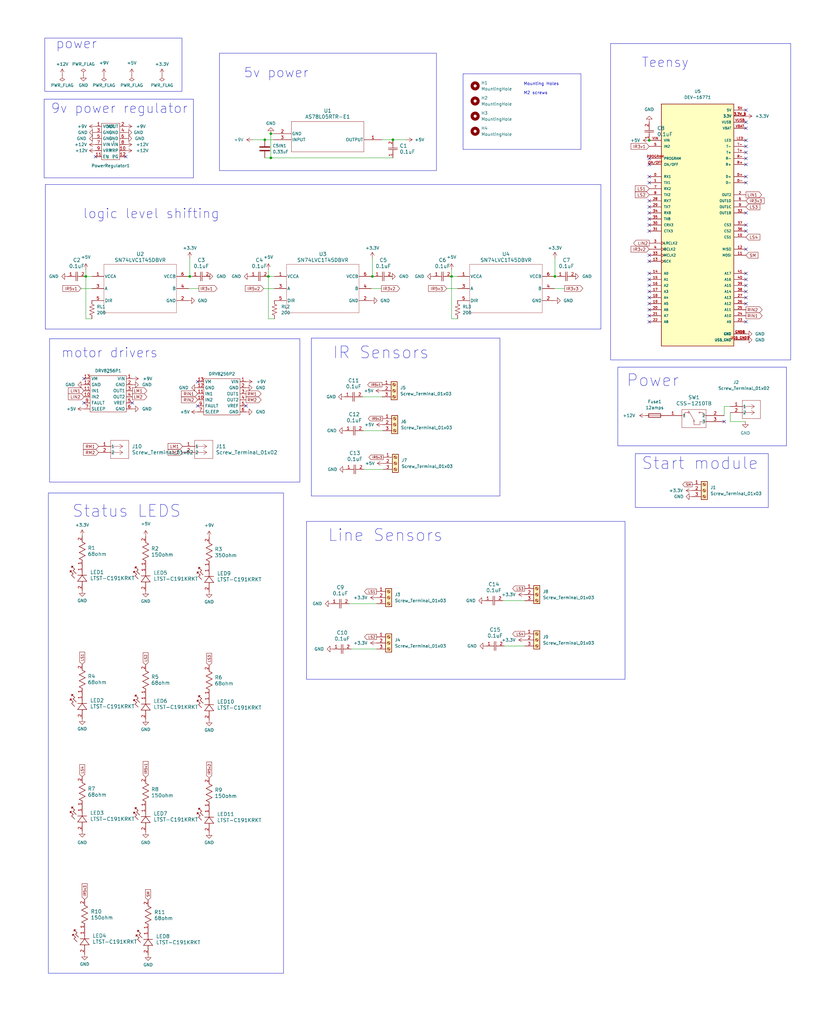
<source format=kicad_sch>
(kicad_sch (version 20230121) (generator eeschema)
  (paper "User" 350.012 429.997)
  (title_block (title "FRANKII") (date "2/15/2024") (rev "IDK ANYMORE") (company "ARSENAL"))
  (lib_symbols
    (symbol "2024-01-28_19-44-46:LTST-C191KRKT" (pin_names (offset 0.254))
      (property "Reference" "LED" (at 5.08 -4.445 0))
      (property "Value" "LTST-C191KRKT" (at 5.08 -7.62 0))
      (symbol "LTST-C191KRKT_1_1"
        (pin unspecified line (at 10.16 0 180) (length 2.54) (name "") (number "1"))
        (pin unspecified line (at 0 0 0) (length 2.54) (name "") (number "2"))
      )
      (symbol "LTST-C191KRKT_1_2"
        (pin unspecified line (at 0 10.16 270) (length 2.54) (name "") (number "1"))
        (pin unspecified line (at 0 0 90) (length 2.54) (name "") (number "2"))
      )
    )
    (symbol "2024-01-30_04-29-20:WR06X68R0FTL" (pin_names (offset 0.254))
      (property "Reference" "R" (at 5.715 3.81 0))
      (property "Value" "WR06X68R0FTL" (at 6.35 -3.81 0))
      (symbol "WR06X68R0FTL_1_1"
        (pin unspecified line (at 0 0 0) (length 2.54) (name "") (number "1"))
        (pin unspecified line (at 12.7 0 180) (length 2.54) (name "") (number "2"))
      )
      (symbol "WR06X68R0FTL_1_2"
        (pin unspecified line (at 0 12.7 270) (length 2.54) (name "") (number "1"))
        (pin unspecified line (at 0 0 90) (length 2.54) (name "") (number "2"))
      )
    )
    (symbol "2024-01-30_04-35-17:WR06X1500FTL" (pin_names (offset 0.254))
      (property "Reference" "R" (at 5.715 3.81 0))
      (property "Value" "WR06X1500FTL" (at 6.35 -3.81 0))
      (symbol "WR06X1500FTL_1_1"
        (pin unspecified line (at 0 0 0) (length 2.54) (name "") (number "1"))
        (pin unspecified line (at 12.7 0 180) (length 2.54) (name "") (number "2"))
      )
      (symbol "WR06X1500FTL_1_2"
        (pin unspecified line (at 0 12.7 270) (length 2.54) (name "") (number "1"))
        (pin unspecified line (at 0 0 90) (length 2.54) (name "") (number "2"))
      )
    )
    (symbol "2024-01-30_04-38-14:RMCF0603FT300R" (pin_names (offset 0.254))
      (property "Reference" "R" (at 5.715 3.81 0))
      (property "Value" "RMCF0603FT300R" (at 6.35 -3.81 0))
      (symbol "RMCF0603FT300R_1_1"
        (pin unspecified line (at 0 0 0) (length 2.54) (name "") (number "1"))
        (pin unspecified line (at 12.7 0 180) (length 2.54) (name "") (number "2"))
      )
      (symbol "RMCF0603FT300R_1_2"
        (pin unspecified line (at 0 12.7 270) (length 2.54) (name "") (number "1"))
        (pin unspecified line (at 0 0 90) (length 2.54) (name "") (number "2"))
      )
    )
    (symbol "3.5mmP terminal:1984963" (pin_names (offset 0.254))
      (property "Reference" "J" (at 8.89 6.35 0))
      (property "Value" "1984963" (at 0 0 0))
      (symbol "1984963_0_1"
        (pin unspecified line (at 0 0 0) (length 5.08) (name "1") (number "1"))
        (pin unspecified line (at 0 -2.54 0) (length 5.08) (name "2") (number "2"))
      )
    )
    (symbol "AS78L05RTR_E1 5v ldo:AS78L05RTR-E1" (pin_names (offset 0.254))
      (property "Reference" "U2" (at 22.86 -12.192 0))
      (property "Value" "AS78L05RTR-E1" (at 22.86 -9.652 0))
      (symbol "AS78L05RTR-E1_0_1"
        (pin output line (at 0 0 0) (length 7.62) (name "OUTPUT") (number "1"))
        (pin input line (at 45.72 0 180) (length 7.62) (name "INPUT") (number "3"))
      )
      (symbol "AS78L05RTR-E1_1_1"
        (pin power_in line (at 45.72 -2.54 180) (length 7.62) (name "GND") (number "2"))
      )
    )
    (symbol "CL10B104KB8NNWC 0.1uF cap:CL10B104KB8NNWC" (pin_names (offset 0.254))
      (property "Reference" "C" (at 3.81 3.81 0))
      (property "Value" "CL10B104KB8NNWC" (at 3.81 -3.81 0))
      (symbol "CL10B104KB8NNWC_1_1"
        (pin unspecified line (at 0 0 0) (length 2.54) (name "") (number "1"))
        (pin unspecified line (at 7.62 0 180) (length 2.54) (name "") (number "2"))
      )
      (symbol "CL10B104KB8NNWC_1_2"
        (pin unspecified line (at 0 0 270) (length 2.54) (name "") (number "1"))
        (pin unspecified line (at 0 -7.62 90) (length 2.54) (name "") (number "2"))
      )
    )
    (symbol "CSS1210TB_small_slide_switch:CSS-1210TB" (pin_names (offset 0.254))
      (property "Reference" "SW" (at 12.7 7.62 0))
      (property "Value" "CSS-1210TB" (at 12.7 5.08 0))
      (symbol "CSS-1210TB_0_1"
        (pin unspecified line (at 0 0 0) (length 7.62) (name "1") (number "1"))
        (pin unspecified line (at 25.4 0 180) (length 7.62) (name "2") (number "2"))
        (pin unspecified line (at 25.4 -2.54 180) (length 7.62) (name "3") (number "3"))
      )
    )
    (symbol "Connector:Screw_Terminal_01x03" (pin_names (offset 1.016) hide)
      (property "Reference" "J" (at 0 5.08 0))
      (property "Value" "Screw_Terminal_01x03" (at 0 -5.08 0))
      (symbol "Screw_Terminal_01x03_1_1"
        (pin passive line (at -5.08 2.54 0) (length 3.81) (name "Pin_1") (number "1"))
        (pin passive line (at -5.08 0 0) (length 3.81) (name "Pin_2") (number "2"))
        (pin passive line (at -5.08 -2.54 0) (length 3.81) (name "Pin_3") (number "3"))
      )
    )
    (symbol "DEV-16771 teensy:DEV-16771" (pin_names (offset 1.016))
      (property "Reference" "U6" (at 0 56.134 0))
      (property "Value" "DEV-16771" (at 0 53.594 0))
      (symbol "DEV-16771_0_0"
        (pin bidirectional line (at -20.32 20.32 0) (length 5.08) (name "RX1") (number "0"))
        (pin bidirectional line (at -20.32 17.78 0) (length 5.08) (name "TX1") (number "1"))
        (pin bidirectional line (at 20.32 -5.08 180) (length 5.08) (name "CS1") (number "10"))
        (pin bidirectional line (at 20.32 -12.7 180) (length 5.08) (name "MOSI") (number "11"))
        (pin bidirectional line (at 20.32 -10.16 180) (length 5.08) (name "MISO") (number "12"))
        (pin bidirectional clock (at -20.32 -15.24 0) (length 5.08) (name "SCK") (number "13"))
        (pin bidirectional line (at -20.32 -20.32 0) (length 5.08) (name "A0") (number "14"))
        (pin bidirectional line (at -20.32 -22.86 0) (length 5.08) (name "A1") (number "15"))
        (pin bidirectional line (at -20.32 -25.4 0) (length 5.08) (name "A2") (number "16"))
        (pin bidirectional line (at -20.32 -27.94 0) (length 5.08) (name "A3") (number "17"))
        (pin bidirectional line (at -20.32 -30.48 0) (length 5.08) (name "A4") (number "18"))
        (pin bidirectional line (at -20.32 -33.02 0) (length 5.08) (name "A5") (number "19"))
        (pin output line (at 20.32 12.7 180) (length 5.08) (name "OUT2") (number "2"))
        (pin bidirectional line (at -20.32 -35.56 0) (length 5.08) (name "A6") (number "20"))
        (pin bidirectional line (at -20.32 -38.1 0) (length 5.08) (name "A7") (number "21"))
        (pin bidirectional line (at -20.32 -40.64 0) (length 5.08) (name "A8") (number "22"))
        (pin bidirectional line (at 20.32 -40.64 180) (length 5.08) (name "A9") (number "23"))
        (pin bidirectional line (at 20.32 -38.1 180) (length 5.08) (name "A10") (number "24"))
        (pin bidirectional line (at 20.32 -35.56 180) (length 5.08) (name "A11") (number "25"))
        (pin bidirectional line (at 20.32 -33.02 180) (length 5.08) (name "A12") (number "26"))
        (pin bidirectional line (at 20.32 -30.48 180) (length 5.08) (name "A13") (number "27"))
        (pin bidirectional line (at -20.32 10.16 0) (length 5.08) (name "RX7") (number "28"))
        (pin bidirectional line (at -20.32 7.62 0) (length 5.08) (name "TX7") (number "29"))
        (pin bidirectional clock (at -20.32 -7.62 0) (length 5.08) (name "LRCLK2") (number "3"))
        (pin power_in line (at 20.32 45.72 180) (length 5.08) (name "3.3V") (number "3.3V_2"))
        (pin power_in line (at 20.32 45.72 180) (length 5.08) (name "3.3V") (number "3.3V_3"))
        (pin bidirectional line (at -20.32 0 0) (length 5.08) (name "CRX3") (number "30"))
        (pin bidirectional line (at -20.32 -2.54 0) (length 5.08) (name "CTX3") (number "31"))
        (pin output line (at 20.32 5.08 180) (length 5.08) (name "OUT1B") (number "32"))
        (pin bidirectional clock (at -20.32 -12.7 0) (length 5.08) (name "MCLK2") (number "33"))
        (pin bidirectional line (at -20.32 5.08 0) (length 5.08) (name "RX8") (number "34"))
        (pin bidirectional line (at -20.32 2.54 0) (length 5.08) (name "TX8") (number "35"))
        (pin bidirectional line (at 20.32 -2.54 180) (length 5.08) (name "CS2") (number "36"))
        (pin bidirectional line (at 20.32 0 180) (length 5.08) (name "CS3") (number "37"))
        (pin bidirectional line (at 20.32 -27.94 180) (length 5.08) (name "A14") (number "38"))
        (pin bidirectional line (at 20.32 -25.4 180) (length 5.08) (name "A15") (number "39"))
        (pin bidirectional clock (at -20.32 -10.16 0) (length 5.08) (name "BCLK2") (number "4"))
        (pin bidirectional line (at 20.32 -22.86 180) (length 5.08) (name "A16") (number "40"))
        (pin bidirectional line (at 20.32 -20.32 180) (length 5.08) (name "A17") (number "41"))
        (pin bidirectional line (at -20.32 33.02 0) (length 5.08) (name "IN2") (number "5"))
        (pin power_in line (at 20.32 48.26 180) (length 5.08) (name "5V") (number "5V"))
        (pin output line (at 20.32 10.16 180) (length 5.08) (name "OUT1D") (number "6"))
        (pin bidirectional line (at -20.32 15.24 0) (length 5.08) (name "RX2") (number "7"))
        (pin bidirectional line (at -20.32 12.7 0) (length 5.08) (name "TX2") (number "8"))
        (pin output line (at 20.32 7.62 180) (length 5.08) (name "OUT1C") (number "9"))
        (pin bidirectional line (at 20.32 20.32 180) (length 5.08) (name "D+") (number "D+"))
        (pin bidirectional line (at 20.32 17.78 180) (length 5.08) (name "D-") (number "D-"))
        (pin power_in line (at 20.32 -45.72 180) (length 5.08) (name "GND") (number "GND1"))
        (pin power_in line (at 20.32 -45.72 180) (length 5.08) (name "GND") (number "GND2"))
        (pin power_in line (at 20.32 -45.72 180) (length 5.08) (name "GND") (number "GND3"))
        (pin power_in line (at 20.32 -45.72 180) (length 5.08) (name "GND") (number "GND4"))
        (pin power_in line (at 20.32 -45.72 180) (length 5.08) (name "GND") (number "GND5"))
        (pin bidirectional line (at 20.32 35.56 180) (length 5.08) (name "LED") (number "LED"))
        (pin bidirectional line (at -20.32 25.4 0) (length 5.08) (name "ON/OFF") (number "ON/OFF"))
        (pin bidirectional line (at -20.32 27.94 0) (length 5.08) (name "PROGRAM") (number "PROGRAM"))
        (pin bidirectional line (at 20.32 25.4 180) (length 5.08) (name "R+") (number "R+"))
        (pin bidirectional line (at 20.32 27.94 180) (length 5.08) (name "R-") (number "R-"))
        (pin bidirectional line (at 20.32 30.48 180) (length 5.08) (name "T+") (number "T+"))
        (pin bidirectional line (at 20.32 33.02 180) (length 5.08) (name "T-") (number "T-"))
        (pin power_in line (at 20.32 -48.26 180) (length 5.08) (name "USB_GND") (number "USB_GND1"))
        (pin power_in line (at 20.32 -48.26 180) (length 5.08) (name "USB_GND") (number "USB_GND2"))
        (pin passive line (at 20.32 40.64 180) (length 5.08) (name "VBAT") (number "VBAT"))
        (pin input line (at -20.32 35.56 0) (length 5.08) (name "VIN") (number "VIN"))
        (pin passive line (at 20.32 43.18 180) (length 5.08) (name "VUSB") (number "VUSB"))
      )
      (symbol "DEV-16771_1_0"
        (pin power_out line (at 20.32 45.72 180) (length 5.08) (name "3.3V") (number "3.3V_1"))
      )
    )
    (symbol "Device:C" (pin_numbers hide) (pin_names (offset 0.254))
      (property "Reference" "C" (at 0.635 2.54 0))
      (property "Value" "C" (at 0.635 -2.54 0))
      (symbol "C_1_1"
        (pin passive line (at 0 3.81 270) (length 2.794) (name "~") (number "1"))
        (pin passive line (at 0 -3.81 90) (length 2.794) (name "~") (number "2"))
      )
    )
    (symbol "Device:Fuse" (pin_numbers hide) (pin_names (offset 0))
      (property "Reference" "F" (at 2.032 0 90))
      (property "Value" "Fuse" (at -1.905 0 90))
      (symbol "Fuse_1_1"
        (pin passive line (at 0 3.81 270) (length 1.27) (name "~") (number "1"))
        (pin passive line (at 0 -3.81 90) (length 1.27) (name "~") (number "2"))
      )
    )
    (symbol "Device:R_US" (pin_numbers hide) (pin_names (offset 0))
      (property "Reference" "R" (at 2.54 0 90))
      (property "Value" "R_US" (at -2.54 0 90))
      (symbol "R_US_1_1"
        (pin passive line (at 0 3.81 270) (length 1.27) (name "~") (number "1"))
        (pin passive line (at 0 -3.81 90) (length 1.27) (name "~") (number "2"))
      )
    )
    (symbol "Mechanical:MountingHole" (pin_names (offset 1.016))
      (property "Reference" "H" (at 0 5.08 0))
      (property "Value" "MountingHole" (at 0 3.175 0))
    )
    (symbol "SN74LVC1T45DBVR logic level shifter:SN74LVC1T45DBVR" (pin_names (offset 0.254))
      (property "Reference" "U" (at 0 2.54 0))
      (property "Value" "SN74LVC1T45DBVR" (at 0 0 0))
      (symbol "SN74LVC1T45DBVR_0_1"
        (pin power_in line (at -20.32 5.08 0) (length 5.08) (name "VCCA") (number "1"))
        (pin power_in line (at 20.32 -5.08 180) (length 5.08) (name "GND") (number "2"))
        (pin bidirectional line (at -20.32 0 0) (length 5.08) (name "A") (number "3"))
        (pin bidirectional line (at 20.32 0 180) (length 5.08) (name "B") (number "4"))
        (pin input line (at -20.32 -5.08 0) (length 5.08) (name "DIR") (number "5"))
        (pin power_in line (at 20.32 5.08 180) (length 5.08) (name "VCCB") (number "6"))
      )
    )
    (symbol "custom stuff:pololu_D36V50F9_9v_voltage_regulator"
      (property "Reference" "PowerRegulator1" (at 5.08 -17.78 90))
      (property "Value" "~" (at 1.27 -1.27 90))
      (symbol "pololu_D36V50F9_9v_voltage_regulator_1_1"
        (pin power_out line (at -6.35 5.08 0) (length 2.54) (name "VOUT") (number "1"))
        (pin bidirectional line (at 6.35 -5.08 180) (length 2.54) (name "VRP") (number "10"))
        (pin input line (at -6.35 -7.62 0) (length 2.54) (name "EN") (number "11"))
        (pin output line (at 6.35 -7.62 180) (length 2.54) (name "PG") (number "12"))
        (pin power_out line (at 6.35 5.08 180) (length 2.54) (name "VOUT") (number "2"))
        (pin power_in line (at -6.35 2.54 0) (length 2.54) (name "GND") (number "3"))
        (pin power_in line (at 6.35 2.54 180) (length 2.54) (name "GND") (number "4"))
        (pin power_in line (at -6.35 0 0) (length 2.54) (name "GND") (number "5"))
        (pin power_in line (at 6.35 0 180) (length 2.54) (name "GND") (number "6"))
        (pin power_in line (at -6.35 -2.54 0) (length 2.54) (name "VIN") (number "7"))
        (pin power_in line (at 6.35 -2.54 180) (length 2.54) (name "VIN") (number "8"))
        (pin bidirectional line (at -6.35 -5.08 0) (length 2.54) (name "VRP") (number "9"))
      )
    )
    (symbol "pololu_drv8256p_1"
      (property "Reference" "DRV8256P1" (at 0 0.762 0))
      (property "Value" "~" (at 0 0 0))
      (symbol "pololu_drv8256p_1_1_1"
        (pin power_in line (at 10.16 -2.54 180) (length 2.54) (name "VIN") (number "1"))
        (pin input line (at -10.16 -10.16 0) (length 2.54) (name "IN2") (number "10"))
        (pin input line (at -10.16 -7.62 0) (length 2.54) (name "IN1") (number "11"))
        (pin power_in line (at -10.16 -5.08 0) (length 2.54) (name "GND") (number "12"))
        (pin output line (at -10.16 -2.54 0) (length 2.54) (name "VM") (number "13"))
        (pin power_in line (at 10.16 -5.08 180) (length 2.54) (name "GND") (number "2"))
        (pin output line (at 10.16 -7.62 180) (length 2.54) (name "OUT1") (number "3"))
        (pin output line (at 10.16 -10.16 180) (length 2.54) (name "OUT2") (number "4"))
        (pin output line (at 10.16 -12.7 180) (length 2.54) (name "VREF") (number "5"))
        (pin power_in line (at 10.16 -15.24 180) (length 2.54) (name "GND") (number "6"))
        (pin power_in line (at -10.16 -15.24 0) (length 2.54) (name "SLEEP") (number "7"))
        (pin input line (at -10.16 -12.7 0) (length 2.54) (name "FAULT") (number "9"))
      )
    )
    (symbol "power:+12V" (power) (pin_names (offset 0))
      (property "Value" "+12V" (at 0 3.556 0))
      (symbol "+12V_1_1"
        (pin power_in line (at 0 0 90) (length 0) hide (name "+12V") (number "1"))
      )
    )
    (symbol "power:+3.3V" (power) (pin_names (offset 0))
      (property "Value" "+3.3V" (at 0 3.556 0))
      (symbol "+3.3V_1_1"
        (pin power_in line (at 0 0 90) (length 0) hide (name "+3.3V") (number "1"))
      )
    )
    (symbol "power:+5V" (power) (pin_names (offset 0))
      (property "Value" "+5V" (at 0 3.556 0))
      (symbol "+5V_1_1"
        (pin power_in line (at 0 0 90) (length 0) hide (name "+5V") (number "1"))
      )
    )
    (symbol "power:+9V" (power) (pin_names (offset 0))
      (property "Value" "+9V" (at 0 3.556 0))
      (symbol "+9V_1_1"
        (pin power_in line (at 0 0 90) (length 0) hide (name "+9V") (number "1"))
      )
    )
    (symbol "power:GND" (power) (pin_names (offset 0))
      (property "Value" "GND" (at 0 -3.81 0))
      (symbol "GND_1_1"
        (pin power_in line (at 0 0 270) (length 0) hide (name "GND") (number "1"))
      )
    )
    (symbol "power:PWR_FLAG" (power) (pin_numbers hide) (pin_names (offset 0) hide)
      (property "Value" "PWR_FLAG" (at 0 3.81 0))
      (symbol "PWR_FLAG_0_0"
        (pin power_out line (at 0 0 90) (length 0) (name "pwr") (number "1"))
      )
    )
  )
  (junction (at 112.776 116.078))
  (junction (at 36.068 116.078))
  (junction (at 233.172 116.078))
  (junction (at 113.792 66.294))
  (junction (at 113.792 56.134))
  (junction (at 165.1 58.674))
  (junction (at 189.738 116.078))
  (junction (at 272.796 58.928))
  (junction (at 111.252 58.674))
  (junction (at 79.756 116.078))
  (junction (at 156.464 116.078))
  (no_connect (at 313.436 97.028))
  (no_connect (at 313.436 127.508))
  (no_connect (at 272.796 91.948))
  (no_connect (at 313.436 135.128))
  (no_connect (at 272.796 132.588))
  (no_connect (at 272.796 97.028))
  (no_connect (at 272.796 117.348))
  (no_connect (at 313.436 104.648))
  (no_connect (at 103.378 170.434))
  (no_connect (at 272.796 119.888))
  (no_connect (at 313.436 124.968))
  (no_connect (at 272.796 89.408))
  (no_connect (at 272.796 69.088))
  (no_connect (at 313.436 114.808))
  (no_connect (at 272.796 107.188))
  (no_connect (at 313.436 64.008))
  (no_connect (at 52.832 65.786))
  (no_connect (at 313.436 117.348))
  (no_connect (at 313.436 53.848))
  (no_connect (at 272.796 74.168))
  (no_connect (at 313.436 76.708))
  (no_connect (at 313.436 51.308))
  (no_connect (at 313.436 66.548))
  (no_connect (at 304.292 177.038))
  (no_connect (at 272.796 135.128))
  (no_connect (at 272.796 124.968))
  (no_connect (at 313.436 74.168))
  (no_connect (at 55.626 169.164))
  (no_connect (at 40.132 65.786))
  (no_connect (at 313.436 122.428))
  (no_connect (at 313.436 89.408))
  (no_connect (at 35.306 159.004))
  (no_connect (at 313.436 46.228))
  (no_connect (at 313.436 58.928))
  (no_connect (at 83.058 160.274))
  (no_connect (at 272.796 127.508))
  (no_connect (at 35.306 169.164))
  (no_connect (at 272.796 130.048))
  (no_connect (at 272.796 109.728))
  (no_connect (at 272.796 86.868))
  (no_connect (at 313.436 61.468))
  (no_connect (at 272.796 76.708))
  (no_connect (at 272.796 84.328))
  (no_connect (at 272.796 94.488))
  (no_connect (at 272.796 66.548))
  (no_connect (at 313.436 119.888))
  (no_connect (at 272.796 122.428))
  (no_connect (at 83.058 170.434))
  (no_connect (at 313.436 69.088))
  (no_connect (at 313.436 94.488))
  (no_connect (at 272.796 114.808))
  (wire (pts (xy 233.172 116.078) (xy 232.918 116.078)))
  (wire (pts (xy 306.832 177.038) (xy 306.832 173.228)))
  (wire (pts (xy 79.756 116.078) (xy 79.248 116.078)))
  (wire (pts (xy 241.808 116.078) (xy 240.538 116.078)))
  (wire (pts (xy 152.654 180.848) (xy 160.782 180.848)))
  (wire (pts (xy 232.918 121.158) (xy 237.236 121.158)))
  (wire (pts (xy 110.744 121.158) (xy 115.316 121.158)))
  (wire (pts (xy 211.328 252.222) (xy 220.472 252.222)))
  (wire (pts (xy 146.812 253.492) (xy 158.242 253.492)))
  (wire (pts (xy 211.836 271.272) (xy 220.472 271.272)))
  (wire (pts (xy 106.172 58.674) (xy 111.252 58.674)))
  (wire (pts (xy 36.068 116.078) (xy 38.608 116.078)))
  (wire (pts (xy 164.846 116.078) (xy 163.576 116.078)))
  (wire (pts (xy 152.4 166.624) (xy 160.528 166.624)))
  (wire (pts (xy 234.188 116.078) (xy 233.172 116.078)))
  (wire (pts (xy 114.808 56.134) (xy 113.792 56.134)))
  (wire (pts (xy 155.956 121.158) (xy 160.274 121.158)))
  (wire (pts (xy 34.036 121.158) (xy 38.608 121.158)))
  (wire (pts (xy 45.212 65.786) (xy 45.212 66.802)))
  (wire (pts (xy 304.292 170.688) (xy 306.832 170.688)))
  (wire (pts (xy 113.792 66.294) (xy 165.1 66.294)))
  (wire (pts (xy 111.252 58.674) (xy 114.808 58.674)))
  (wire (pts (xy 147.574 272.542) (xy 158.242 272.542)))
  (wire (pts (xy 156.464 116.078) (xy 155.956 116.078)))
  (wire (pts (xy 112.776 113.284) (xy 112.776 116.078)))
  (wire (pts (xy 38.608 133.858) (xy 36.068 133.858)))
  (wire (pts (xy 313.182 177.038) (xy 306.832 177.038)))
  (wire (pts (xy 189.738 116.078) (xy 189.738 133.858)))
  (wire (pts (xy 189.738 116.078) (xy 192.278 116.078)))
  (wire (pts (xy 192.278 133.858) (xy 189.738 133.858)))
  (wire (pts (xy 156.464 108.458) (xy 156.464 116.078)))
  (wire (pts (xy 79.248 121.158) (xy 83.566 121.158)))
  (wire (pts (xy 165.1 58.674) (xy 170.688 58.674)))
  (wire (pts (xy 47.752 66.802) (xy 47.752 65.786)))
  (wire (pts (xy 112.776 116.078) (xy 115.316 116.078)))
  (wire (pts (xy 113.792 56.134) (xy 113.792 66.294)))
  (wire (pts (xy 112.776 116.078) (xy 112.776 133.858)))
  (wire (pts (xy 115.316 133.858) (xy 112.776 133.858)))
  (wire (pts (xy 80.772 116.078) (xy 79.756 116.078)))
  (wire (pts (xy 111.252 66.294) (xy 113.792 66.294)))
  (wire (pts (xy 187.706 121.158) (xy 192.278 121.158)))
  (wire (pts (xy 88.392 116.078) (xy 86.868 116.078)))
  (wire (pts (xy 79.756 108.458) (xy 79.756 116.078)))
  (wire (pts (xy 160.528 58.674) (xy 165.1 58.674)))
  (wire (pts (xy 36.068 116.078) (xy 36.068 133.858)))
  (wire (pts (xy 152.908 197.104) (xy 161.036 197.104)))
  (wire (pts (xy 189.738 113.284) (xy 189.738 116.078)))
  (wire (pts (xy 157.226 116.078) (xy 156.464 116.078)))
  (wire (pts (xy 233.172 108.458) (xy 233.172 116.078)))
  (wire (pts (xy 304.292 174.498) (xy 304.292 170.688)))
  (wire (pts (xy 36.068 113.284) (xy 36.068 116.078)))
  (rectangle (start 20.828 142.24) (end 125.984 202.438))
  (rectangle (start 20.32 207.01) (end 119.126 408.686))
  (rectangle (start 128.778 218.948) (end 262.636 285.242))
  (rectangle (start 256.54 18.288) (end 332.232 151.13))
  (rectangle (start 194.564 30.988) (end 244.094 62.738))
  (rectangle (start 259.588 154.178) (end 330.454 187.198))
  (rectangle (start 92.202 22.352) (end 183.388 71.628))
  (rectangle (start 130.81 141.986) (end 210.058 208.28))
  (rectangle (start 266.954 190.5) (end 322.834 213.106))
  (rectangle (start 18.796 16.002) (end 76.454 38.354))
  (rectangle (start 19.05 77.47) (end 252.476 138.176))
  (rectangle (start 18.542 41.656) (end 81.28 74.676))
  (text "logic level shifting" (at 34.798 92.202 0) (effects (font (size 4 4)) (justify left bottom)))
  (text "motor drivers" (at 25.654 150.622 0) (effects (font (size 4 4)) (justify left bottom)))
  (text "Teensy" (at 269.494 28.702 0) (effects (font (size 4 4)) (justify left bottom)))
  (text "Start module" (at 269.494 197.612 0) (effects (font (size 5 5)) (justify left bottom)))
  (text "9v power regulator" (at 21.336 48.006 0) (effects (font (size 4 4)) (justify left bottom)))
  (text "IR Sensors\n" (at 139.7 151.13 0) (effects (font (size 5 5)) (justify left bottom)))
  (text "Power" (at 263.144 162.814 0) (effects (font (size 5 5)) (justify left bottom)))
  (text "Line Sensors" (at 137.668 227.838 0) (effects (font (size 5 5)) (justify left bottom)))
  (text "Mounting Holes\n" (at 219.964 36.068 0) (effects (font (size 1.27 1.27)) (justify left bottom)))
  (text "5v power" (at 102.362 33.02 0) (effects (font (size 4 4)) (justify left bottom)))
  (text "Status LEDS" (at 30.226 217.678 0) (effects (font (size 5 5)) (justify left bottom)))
  (text "power" (at 23.368 20.828 0) (effects (font (size 4 4)) (justify left bottom)))
  (text "M2 screws" (at 219.964 39.878 0) (effects (font (size 1.27 1.27)) (justify left bottom)))
  (global_label "IR3v2" (shape output) (at 160.274 121.158 0) (property "Intersheetrefs" "${INTERSHEET_REFS}" (effects hide)))
  (global_label "LIN2" (shape input) (at 35.306 166.624 180) (property "Intersheetrefs" "${INTERSHEET_REFS}" (effects hide)))
  (global_label "RIN2" (shape input) (at 83.058 167.894 180) (property "Intersheetrefs" "${INTERSHEET_REFS}" (effects hide)))
  (global_label "IR5v3" (shape input) (at 187.706 121.158 180) (property "Intersheetrefs" "${INTERSHEET_REFS}" (effects hide)))
  (global_label "IR3v1" (shape input) (at 272.796 61.468 180) (property "Intersheetrefs" "${INTERSHEET_REFS}" (effects hide)))
  (global_label "LM2" (shape input) (at 76.708 189.992 180) (property "Intersheetrefs" "${INTERSHEET_REFS}" (effects hide)))
  (global_label "SM" (shape output) (at 290.83 203.454 180) (effects (font (size 1 1))) (property "Intersheetrefs" "${INTERSHEET_REFS}" (effects hide)))
  (global_label "IR5v1" (shape input) (at 61.214 326.39 90) (effects (font (size 1.1 1.1))) (property "Intersheetrefs" "${INTERSHEET_REFS}" (effects hide)))
  (global_label "IR3v2" (shape input) (at 272.796 104.648 180) (property "Intersheetrefs" "${INTERSHEET_REFS}" (effects hide)))
  (global_label "LS2" (shape input) (at 61.214 279.146 90) (effects (font (size 1.1 1.1))) (property "Intersheetrefs" "${INTERSHEET_REFS}" (effects hide)))
  (global_label "LIN1" (shape input) (at 35.306 164.084 180) (property "Intersheetrefs" "${INTERSHEET_REFS}" (effects hide)))
  (global_label "RIN1" (shape input) (at 83.058 165.354 180) (property "Intersheetrefs" "${INTERSHEET_REFS}" (effects hide)))
  (global_label "RM1" (shape input) (at 41.402 187.452 180) (property "Intersheetrefs" "${INTERSHEET_REFS}" (effects hide)))
  (global_label "IR5v3" (shape input) (at 35.56 377.698 90) (effects (font (size 1.1 1.1))) (property "Intersheetrefs" "${INTERSHEET_REFS}" (effects hide)))
  (global_label "SM" (shape input) (at 313.436 107.188 0) (property "Intersheetrefs" "${INTERSHEET_REFS}" (effects hide)))
  (global_label "LIN1" (shape output) (at 313.436 81.788 0) (property "Intersheetrefs" "${INTERSHEET_REFS}" (effects hide)))
  (global_label "RIN2" (shape output) (at 313.436 130.048 0) (property "Intersheetrefs" "${INTERSHEET_REFS}" (effects hide)))
  (global_label "LM2" (shape output) (at 55.626 166.624 0) (property "Intersheetrefs" "${INTERSHEET_REFS}" (effects hide)))
  (global_label "LS3" (shape input) (at 87.884 279.4 90) (effects (font (size 1.1 1.1))) (property "Intersheetrefs" "${INTERSHEET_REFS}" (effects hide)))
  (global_label "IR5v1" (shape output) (at 160.528 161.544 180) (effects (font (size 1 1))) (property "Intersheetrefs" "${INTERSHEET_REFS}" (effects hide)))
  (global_label "IR5v2" (shape output) (at 160.782 175.768 180) (effects (font (size 1 1))) (property "Intersheetrefs" "${INTERSHEET_REFS}" (effects hide)))
  (global_label "RM2" (shape input) (at 41.402 189.992 180) (property "Intersheetrefs" "${INTERSHEET_REFS}" (effects hide)))
  (global_label "LS1" (shape input) (at 34.544 278.892 90) (effects (font (size 1.1 1.1))) (property "Intersheetrefs" "${INTERSHEET_REFS}" (effects hide)))
  (global_label "LS1" (shape output) (at 158.242 248.412 180) (effects (font (size 1.1 1.1))) (property "Intersheetrefs" "${INTERSHEET_REFS}" (effects hide)))
  (global_label "RIN1" (shape output) (at 313.436 132.588 0) (property "Intersheetrefs" "${INTERSHEET_REFS}" (effects hide)))
  (global_label "SM" (shape input) (at 62.23 377.952 90) (effects (font (size 1.1 1.1))) (property "Intersheetrefs" "${INTERSHEET_REFS}" (effects hide)))
  (global_label "IR5v2" (shape input) (at 87.884 326.644 90) (effects (font (size 1.1 1.1))) (property "Intersheetrefs" "${INTERSHEET_REFS}" (effects hide)))
  (global_label "LS1" (shape input) (at 272.796 79.248 180) (property "Intersheetrefs" "${INTERSHEET_REFS}" (effects hide)))
  (global_label "IR5v1" (shape input) (at 34.036 121.158 180) (property "Intersheetrefs" "${INTERSHEET_REFS}" (effects hide)))
  (global_label "IR3v1" (shape output) (at 83.566 121.158 0) (property "Intersheetrefs" "${INTERSHEET_REFS}" (effects hide)))
  (global_label "LIN2" (shape output) (at 272.796 102.108 180) (property "Intersheetrefs" "${INTERSHEET_REFS}" (effects hide)))
  (global_label "LS4" (shape input) (at 313.436 99.568 0) (property "Intersheetrefs" "${INTERSHEET_REFS}" (effects hide)))
  (global_label "IR3v3" (shape input) (at 313.436 84.328 0) (property "Intersheetrefs" "${INTERSHEET_REFS}" (effects hide)))
  (global_label "RM1" (shape output) (at 103.378 165.354 0) (property "Intersheetrefs" "${INTERSHEET_REFS}" (effects hide)))
  (global_label "RM2" (shape output) (at 103.378 167.894 0) (property "Intersheetrefs" "${INTERSHEET_REFS}" (effects hide)))
  (global_label "LS2" (shape input) (at 272.796 81.788 180) (property "Intersheetrefs" "${INTERSHEET_REFS}" (effects hide)))
  (global_label "IR5v3" (shape output) (at 161.036 192.024 180) (effects (font (size 1 1))) (property "Intersheetrefs" "${INTERSHEET_REFS}" (effects hide)))
  (global_label "LS4" (shape input) (at 34.544 326.136 90) (effects (font (size 1.1 1.1))) (property "Intersheetrefs" "${INTERSHEET_REFS}" (effects hide)))
  (global_label "LS2" (shape output) (at 158.242 267.462 180) (effects (font (size 1.1 1.1))) (property "Intersheetrefs" "${INTERSHEET_REFS}" (effects hide)))
  (global_label "LS3" (shape input) (at 313.436 86.868 0) (property "Intersheetrefs" "${INTERSHEET_REFS}" (effects hide)))
  (global_label "LS3" (shape output) (at 220.472 247.142 180) (effects (font (size 1.1 1.1))) (property "Intersheetrefs" "${INTERSHEET_REFS}" (effects hide)))
  (global_label "LS4" (shape output) (at 220.472 266.192 180) (effects (font (size 1.1 1.1))) (property "Intersheetrefs" "${INTERSHEET_REFS}" (effects hide)))
  (global_label "IR3v3" (shape output) (at 237.236 121.158 0) (property "Intersheetrefs" "${INTERSHEET_REFS}" (effects hide)))
  (global_label "LM1" (shape output) (at 55.626 164.084 0) (property "Intersheetrefs" "${INTERSHEET_REFS}" (effects hide)))
  (global_label "LM1" (shape input) (at 76.708 187.452 180) (property "Intersheetrefs" "${INTERSHEET_REFS}" (effects hide)))
  (global_label "IR5v2" (shape input) (at 110.744 121.158 180) (property "Intersheetrefs" "${INTERSHEET_REFS}" (effects hide)))
  (symbol (lib_id "CL10B104KB8NNWC 0.1uF cap:CL10B104KB8NNWC") (at 145.288 197.104 0) (unit 1)
    (property "Reference" "C13" (at 149.098 190.246 0) (effects (font (size 1.524 1.524))))
    (property "Value" "0.1uF" (at 149.098 192.786 0) (effects (font (size 1.524 1.524))))
    (property "Footprint" "Capacitor_SMD:C_0603_1608Metric" (effects hide))
    (property "Datasheet" "CL10B104KB8NNWC" (effects hide))
    (property "Check_prices" "https://www.digikey.com/en/products/detail/samsung-electro-mechanics/CL10B104KB8NNWC/3887593?s=N4IgTCBcDaIMIBkCMAGAQqgLAaTQDgDkCB1OEAXQF8g" (effects hide))
  )
  (symbol (lib_id "CL10B104KB8NNWC 0.1uF cap:CL10B104KB8NNWC") (at 182.118 116.078 0) (unit 1)
    (property "Reference" "C6" (at 185.928 109.22 0) (effects (font (size 1.524 1.524))))
    (property "Value" "0.1uF" (at 185.928 111.76 0) (effects (font (size 1.524 1.524))))
    (property "Footprint" "Capacitor_SMD:C_0603_1608Metric" (effects hide))
    (property "Datasheet" "CL10B104KB8NNWC" (effects hide))
    (property "Check_prices" "https://www.digikey.com/en/products/detail/samsung-electro-mechanics/CL10B104KB8NNWC/3887593?s=N4IgTCBcDaIMIBkCMAGAQqgLAaTQDgDkCB1OEAXQF8g" (effects hide))
  )
  (symbol (lib_id "2024-01-28_19-44-46:LTST-C191KRKT") (at 61.214 248.158 90) (unit 1)
    (property "Reference" "LED5" (at 64.516 240.538 90) (effects (font (size 1.524 1.524)) (justify right)))
    (property "Value" "LTST-C191KRKT" (at 64.516 243.078 90) (effects (font (size 1.524 1.524)) (justify right)))
    (property "Footprint" "LTST_C191KRKT:LED_LTST-C191KRKT_LTO" (effects hide))
    (property "Datasheet" "LTST-C191KRKT" (effects hide))
    (property "Check_prices" "https://www.digikey.com/en/products/detail/liteon/LTST-C191KRKT/386837?s=N4IgTCBcDaIDIBUDKCC0BhAjATkwaQCU8EQBdAXyA" (effects hide))
  )
  (symbol (lib_id "power:+3.3V") (at 313.436 48.768 270) (unit 1)
    (property "Reference" "#PWR030" (effects hide))
    (property "Value" "+3.3V" (at 317.246 48.768 90) (effects (justify left)))
  )
  (symbol (lib_id "Connector:Screw_Terminal_01x03") (at 225.552 268.732 0) (unit 1)
    (property "Reference" "J9" (at 228.092 267.462 0) (effects (justify left)))
    (property "Value" "Screw_Terminal_01x03" (at 228.092 270.002 0) (effects (justify left)))
    (property "Footprint" "TerminalBlock_TE-Connectivity:TerminalBlock_TE_282834-3_1x03_P2.54mm_Horizontal" (effects hide))
    (property "Datasheet" "OSTVN03A150" (effects hide))
    (property "Check_prices" "https://www.digikey.com/en/products/detail/on-shore-technology-inc/OSTVN03A150/1588863?s=N4IgTCBcDaIPIGUAqA1AcgBgMwEECMArBiALoC%2BQA" (effects hide))
  )
  (symbol (lib_id "power:+9V") (at 55.626 159.004 270) (unit 1)
    (property "Reference" "#PWR080" (effects hide))
    (property "Value" "+9V" (at 59.944 159.004 90) (effects (justify left)))
  )
  (symbol (lib_id "2024-01-30_04-29-20:WR06X68R0FTL") (at 87.884 292.1 90) (unit 1)
    (property "Reference" "R6" (at 90.17 284.48 90) (effects (font (size 1.524 1.524)) (justify right)))
    (property "Value" "68ohm" (at 90.17 287.02 90) (effects (font (size 1.524 1.524)) (justify right)))
    (property "Footprint" "Resistor_SMD:R_0603_1608Metric" (effects hide))
    (property "Datasheet" "WR06X68R0FTL" (effects hide))
    (property "Check_prices" "https://www.digikey.com/en/products/detail/walsin-technology-corporation/WR06X68R0FTL/13241024?s=N4IgTCBcDaIOoCUAMA2AGigHMgYgFQBkQBdAXyA" (effects hide))
  )
  (symbol (lib_id "Device:R_US") (at 115.316 130.048 180) (unit 1)
    (property "Reference" "RL2" (at 118.11 128.778 0) (effects (justify right)))
    (property "Value" "200" (at 118.11 131.318 0) (effects (justify right)))
    (property "Footprint" "Resistor_SMD:R_0603_1608Metric" (effects hide))
    (property "Datasheet" "RG1608N-201-W-T1" (effects hide))
    (property "Check_prices" "https://www.digikey.com/en/products/detail/susumu/RG1608N-201-W-T1/600580" (effects hide))
  )
  (symbol (lib_id "power:+3.3V") (at 290.83 205.994 90) (unit 1)
    (property "Reference" "#PWR027" (effects hide))
    (property "Value" "+3.3V" (at 287.02 205.994 90) (effects (justify left)))
  )
  (symbol (lib_id "power:GND") (at 35.306 161.544 270) (unit 1)
    (property "Reference" "#PWR078" (effects hide))
    (property "Value" "GND" (at 31.496 161.544 90) (effects (justify right)))
  )
  (symbol (lib_id "power:PWR_FLAG") (at 55.372 31.496 180) (unit 1)
    (property "Reference" "#FLG04" (effects hide))
    (property "Value" "PWR_FLAG" (at 55.372 35.814 0))
  )
  (symbol (lib_id "power:GND") (at 105.156 116.078 270) (unit 1)
    (property "Reference" "#PWR014" (effects hide))
    (property "Value" "GND" (at 101.346 116.078 90) (effects (justify right)))
  )
  (symbol (lib_id "power:GND") (at 87.884 349.504 0) (unit 1)
    (property "Reference" "#PWR046" (effects hide))
    (property "Value" "GND" (at 87.884 353.822 0))
  )
  (symbol (lib_id "power:+12V") (at 40.132 60.706 90) (unit 1)
    (property "Reference" "#PWR053" (effects hide))
    (property "Value" "+12V" (at 36.576 60.706 90) (effects (justify left)))
  )
  (symbol (lib_id "power:GND") (at 139.192 253.492 270) (unit 1)
    (property "Reference" "#PWR061" (effects hide))
    (property "Value" "GND" (at 135.382 253.492 90) (effects (justify right)))
  )
  (symbol (lib_id "3.5mmP terminal:1984963") (at 306.832 170.688 0) (unit 1)
    (property "Reference" "J2" (at 308.102 160.528 0) (effects (justify left)))
    (property "Value" "Screw_Terminal_01x02" (at 301.752 163.068 0) (effects (justify left)))
    (property "Footprint" "TerminalBlock_Phoenix:TerminalBlock_Phoenix_PT-1,5-2-3.5-H_1x02_P3.50mm_Horizontal" (effects hide))
    (property "Datasheet" "OSTTE020104" (effects hide))
    (property "STANDARD" "Manufacturer Recommendations" (effects hide))
    (property "MANUFACTURER" "CUI" (effects hide))
    (property "Check_prices" "https://www.digikey.com/en/products/detail/on-shore-technology-inc/OSTTE020104/2351816?s=N4IgTCBcDaIPIGUAqSCiAGM6CM6AsIAugL5A" (effects hide))
  )
  (symbol (lib_id "power:GND") (at 182.118 116.078 270) (unit 1)
    (property "Reference" "#PWR019" (effects hide))
    (property "Value" "GND" (at 178.308 116.078 90) (effects (justify right)))
  )
  (symbol (lib_id "Device:C") (at 111.252 62.484 0) (unit 1)
    (property "Reference" "C5IN1" (at 114.554 61.214 0) (effects (justify left)))
    (property "Value" "0.33uF" (at 114.554 63.754 0) (effects (justify left)))
    (property "Footprint" "Capacitor_SMD:C_0603_1608Metric" (effects hide))
    (property "Datasheet" "GCM188R71C334KA37D" (effects hide))
    (property "Check_prices" "https://www.digikey.com/en/products/detail/murata-electronics/GCM188R71C334KA37D/2591915" (effects hide))
  )
  (symbol (lib_id "power:GND") (at 163.576 116.078 90) (unit 1)
    (property "Reference" "#PWR018" (effects hide))
    (property "Value" "GND" (at 167.64 116.078 90) (effects (justify right)))
  )
  (symbol (lib_id "Connector:Screw_Terminal_01x03") (at 163.322 270.002 0) (unit 1)
    (property "Reference" "J4" (at 165.862 268.732 0) (effects (justify left)))
    (property "Value" "Screw_Terminal_01x03" (at 165.862 271.272 0) (effects (justify left)))
    (property "Footprint" "TerminalBlock_TE-Connectivity:TerminalBlock_TE_282834-3_1x03_P2.54mm_Horizontal" (effects hide))
    (property "Datasheet" "OSTVN03A150" (effects hide))
    (property "Check_prices" "https://www.digikey.com/en/products/detail/on-shore-technology-inc/OSTVN03A150/1588863?s=N4IgTCBcDaIPIGUAqA1AcgBgMwEECMArBiALoC%2BQA" (effects hide))
  )
  (symbol (lib_id "power:PWR_FLAG") (at 26.162 31.496 180) (unit 1)
    (property "Reference" "#FLG01" (effects hide))
    (property "Value" "PWR_FLAG" (at 26.162 35.814 0))
  )
  (symbol (lib_id "CSS1210TB_small_slide_switch:CSS-1210TB") (at 278.892 174.498 0) (unit 1)
    (property "Reference" "SW1" (at 291.592 166.878 0) (effects (font (size 1.524 1.524))))
    (property "Value" "CSS-1210TB" (at 291.592 169.418 0) (effects (font (size 1.524 1.524))))
    (property "Footprint" "css1210tb slide switch:CSS-1210TB_NDC" (effects hide))
    (property "Datasheet" "CSS-1210TB" (effects hide))
    (property "Check_prices" "https://www.digikey.com/en/products/detail/nidec-components-corporation/CSS-1210TB/1124209?s=N4IgTCBcDaIMIGUEFoCMZUAYAqAhEAugL5A" (effects hide))
  )
  (symbol (lib_id "2024-01-28_19-44-46:LTST-C191KRKT") (at 61.214 349.25 90) (unit 1)
    (property "Reference" "LED7" (at 64.516 341.63 90) (effects (font (size 1.524 1.524)) (justify right)))
    (property "Value" "LTST-C191KRKT" (at 64.516 344.17 90) (effects (font (size 1.524 1.524)) (justify right)))
    (property "Footprint" "LTST_C191KRKT:LED_LTST-C191KRKT_LTO" (effects hide))
    (property "Datasheet" "LTST-C191KRKT" (effects hide))
    (property "Check_prices" "https://www.digikey.com/en/products/detail/liteon/LTST-C191KRKT/386837?s=N4IgTCBcDaIDIBUDKCC0BhAjATkwaQCU8EQBdAXyA" (effects hide))
  )
  (symbol (lib_id "2024-01-30_04-35-17:WR06X1500FTL") (at 61.214 339.09 90) (unit 1)
    (property "Reference" "R8" (at 63.5 331.47 90) (effects (font (size 1.524 1.524)) (justify right)))
    (property "Value" "150ohm" (at 63.5 334.01 90) (effects (font (size 1.524 1.524)) (justify right)))
    (property "Footprint" "Resistor_SMD:R_0603_1608Metric" (effects hide))
    (property "Datasheet" "WR06X1500FTL" (effects hide))
    (property "Check_prices" "https://www.digikey.com/en/products/detail/walsin-technology-corporation/WR06X1500FTL/13239274?s=N4IgTCBcDaIOoCUAMA2AGgRgKxKQMQBUAZEAXQF8g" (effects hide))
  )
  (symbol (lib_id "2024-01-28_19-44-46:LTST-C191KRKT") (at 34.544 301.752 90) (unit 1)
    (property "Reference" "LED2" (at 37.846 294.132 90) (effects (font (size 1.524 1.524)) (justify right)))
    (property "Value" "LTST-C191KRKT" (at 37.846 296.672 90) (effects (font (size 1.524 1.524)) (justify right)))
    (property "Footprint" "LTST_C191KRKT:LED_LTST-C191KRKT_LTO" (effects hide))
    (property "Datasheet" "LTST-C191KRKT" (effects hide))
    (property "Check_prices" "https://www.digikey.com/en/products/detail/liteon/LTST-C191KRKT/386837?s=N4IgTCBcDaIDIBUDKCC0BhAjATkwaQCU8EQBdAXyA" (effects hide))
  )
  (symbol (lib_id "power:+3.3V") (at 34.544 225.044 0) (unit 1)
    (property "Reference" "#PWR033" (effects hide))
    (property "Value" "+3.3V" (at 34.544 220.472 0))
  )
  (symbol (lib_id "power:GND") (at 145.034 180.848 270) (unit 1)
    (property "Reference" "#PWR064" (effects hide))
    (property "Value" "GND" (at 141.478 180.848 90) (effects (justify right)))
  )
  (symbol (lib_id "power:+9V") (at 52.832 53.086 270) (unit 1)
    (property "Reference" "#PWR054" (effects hide))
    (property "Value" "+9V" (at 57.15 53.086 90) (effects (justify left)))
  )
  (symbol (lib_id "power:GND") (at 155.956 126.238 90) (unit 1)
    (property "Reference" "#PWR016" (effects hide))
    (property "Value" "GND" (at 159.766 126.238 90) (effects (justify right)))
  )
  (symbol (lib_id "power:+12V") (at 52.832 63.246 270) (unit 1)
    (property "Reference" "#PWR075" (effects hide))
    (property "Value" "+12V" (at 57.15 63.246 90) (effects (justify left)))
  )
  (symbol (lib_id "power:GND") (at 240.538 116.078 90) (unit 1)
    (property "Reference" "#PWR023" (effects hide))
    (property "Value" "GND" (at 244.602 116.078 90) (effects (justify right)))
  )
  (symbol (lib_id "Mechanical:MountingHole") (at 199.644 42.418 0) (unit 1)
    (property "Reference" "H2" (at 202.184 41.148 0) (effects (justify left)))
    (property "Value" "MountingHole" (at 202.184 43.688 0) (effects (justify left)))
    (property "Footprint" "MountingHole:MountingHole_2.2mm_M2" (effects hide))
  )
  (symbol (lib_id "power:GND") (at 55.626 161.544 90) (unit 1)
    (property "Reference" "#PWR081" (effects hide))
    (property "Value" "GND" (at 59.69 161.544 90) (effects (justify right)))
  )
  (symbol (lib_id "Connector:Screw_Terminal_01x03") (at 165.862 178.308 0) (unit 1)
    (property "Reference" "J6" (at 168.402 177.038 0) (effects (justify left)))
    (property "Value" "Screw_Terminal_01x03" (at 168.402 179.578 0) (effects (justify left)))
    (property "Footprint" "TerminalBlock_TE-Connectivity:TerminalBlock_TE_282834-3_1x03_P2.54mm_Horizontal" (effects hide))
    (property "Datasheet" "OSTVN03A150" (effects hide))
    (property "Check_prices" "https://www.digikey.com/en/products/detail/on-shore-technology-inc/OSTVN03A150/1588863?s=N4IgTCBcDaIPIGUAqA1AcgBgMwEECMArBiALoC%2BQA" (effects hide))
  )
  (symbol (lib_id "2024-01-30_04-29-20:WR06X68R0FTL") (at 34.544 338.836 90) (unit 1)
    (property "Reference" "R7" (at 36.83 331.216 90) (effects (font (size 1.524 1.524)) (justify right)))
    (property "Value" "68ohm" (at 36.83 333.756 90) (effects (font (size 1.524 1.524)) (justify right)))
    (property "Footprint" "Resistor_SMD:R_0603_1608Metric" (effects hide))
    (property "Datasheet" "WR06X68R0FTL" (effects hide))
    (property "Check_prices" "https://www.digikey.com/en/products/detail/walsin-technology-corporation/WR06X68R0FTL/13241024?s=N4IgTCBcDaIOoCUAMA2AGigHMgYgFQBkQBdAXyA" (effects hide))
  )
  (symbol (lib_id "Device:R_US") (at 192.278 130.048 180) (unit 1)
    (property "Reference" "RL3" (at 194.31 128.778 0) (effects (justify right)))
    (property "Value" "200" (at 194.31 131.318 0) (effects (justify right)))
    (property "Footprint" "Resistor_SMD:R_0603_1608Metric" (effects hide))
    (property "Datasheet" "RG1608N-201-W-T1" (effects hide))
    (property "Check_prices" "https://www.digikey.com/en/products/detail/susumu/RG1608N-201-W-T1/600580" (effects hide))
  )
  (symbol (lib_name "pololu_drv8256p_1") (lib_id "custom stuff:pololu_drv8256p") (at 93.218 157.734 0) (unit 1)
    (property "Reference" "DRV8256P2" (at 93.218 156.972 0))
    (property "Value" "~" (at 93.218 157.734 0))
    (property "Footprint" "custom stuff:pololu drv8256p" (effects hide))
    (property "Datasheet" "Pololu DRV8256P" (effects hide))
    (property "Check_prices" "https://www.pololu.com/product/4039" (effects hide))
  )
  (symbol (lib_id "power:+12V") (at 52.832 60.706 270) (unit 1)
    (property "Reference" "#PWR052" (effects hide))
    (property "Value" "+12V" (at 57.15 60.706 90) (effects (justify left)))
  )
  (symbol (lib_id "power:GND") (at 87.884 302.26 0) (unit 1)
    (property "Reference" "#PWR045" (effects hide))
    (property "Value" "GND" (at 87.884 306.578 0))
  )
  (symbol (lib_id "power:+12V") (at 40.132 63.246 90) (unit 1)
    (property "Reference" "#PWR060" (effects hide))
    (property "Value" "+12V" (at 36.83 63.246 90) (effects (justify left)))
  )
  (symbol (lib_id "CL10B104KB8NNWC 0.1uF cap:CL10B104KB8NNWC") (at 203.708 252.222 0) (unit 1)
    (property "Reference" "C14" (at 207.518 245.364 0) (effects (font (size 1.524 1.524))))
    (property "Value" "0.1uF" (at 207.518 247.904 0) (effects (font (size 1.524 1.524))))
    (property "Footprint" "Capacitor_SMD:C_0603_1608Metric" (effects hide))
    (property "Datasheet" "CL10B104KB8NNWC" (effects hide))
    (property "Check_prices" "https://www.digikey.com/en/products/detail/samsung-electro-mechanics/CL10B104KB8NNWC/3887593?s=N4IgTCBcDaIMIBkCMAGAQqgLAaTQDgDkCB1OEAXQF8g" (effects hide))
  )
  (symbol (lib_id "power:GND") (at 113.792 56.134 180) (unit 1)
    (property "Reference" "#PWR03" (effects hide))
    (property "Value" "GND" (at 113.792 51.816 0))
  )
  (symbol (lib_id "power:GND") (at 52.832 55.626 90) (unit 1)
    (property "Reference" "#PWR058" (effects hide))
    (property "Value" "GND" (at 56.134 55.626 90) (effects (justify right)))
  )
  (symbol (lib_id "Connector:Screw_Terminal_01x03") (at 166.116 194.564 0) (unit 1)
    (property "Reference" "J7" (at 168.656 193.294 0) (effects (justify left)))
    (property "Value" "Screw_Terminal_01x03" (at 168.656 195.834 0) (effects (justify left)))
    (property "Footprint" "TerminalBlock_TE-Connectivity:TerminalBlock_TE_282834-3_1x03_P2.54mm_Horizontal" (effects hide))
    (property "Datasheet" "OSTVN03A150" (effects hide))
    (property "Check_prices" "https://www.digikey.com/en/products/detail/on-shore-technology-inc/OSTVN03A150/1588863?s=N4IgTCBcDaIPIGUAqA1AcgBgMwEECMArBiALoC%2BQA" (effects hide))
  )
  (symbol (lib_id "power:GND") (at 55.626 171.704 90) (unit 1)
    (property "Reference" "#PWR079" (effects hide))
    (property "Value" "GND" (at 59.69 171.704 90) (effects (justify right)))
  )
  (symbol (lib_id "2024-01-28_19-44-46:LTST-C191KRKT") (at 34.544 348.996 90) (unit 1)
    (property "Reference" "LED3" (at 37.846 341.376 90) (effects (font (size 1.524 1.524)) (justify right)))
    (property "Value" "LTST-C191KRKT" (at 37.846 343.916 90) (effects (font (size 1.524 1.524)) (justify right)))
    (property "Footprint" "LTST_C191KRKT:LED_LTST-C191KRKT_LTO" (effects hide))
    (property "Datasheet" "LTST-C191KRKT" (effects hide))
    (property "Check_prices" "https://www.digikey.com/en/products/detail/liteon/LTST-C191KRKT/386837?s=N4IgTCBcDaIDIBUDKCC0BhAjATkwaQCU8EQBdAXyA" (effects hide))
  )
  (symbol (lib_id "AS78L05RTR_E1 5v ldo:AS78L05RTR-E1") (at 160.528 58.674 180) (unit 1)
    (property "Reference" "U1" (at 137.668 46.482 0) (effects (font (size 1.524 1.524))))
    (property "Value" "AS78L05RTR-E1" (at 137.668 49.022 0) (effects (font (size 1.524 1.524))))
    (property "Footprint" "5vldo:SOT89_B8D_DIO" (effects hide))
    (property "Datasheet" "AS78L05RTR-E1" (effects hide))
    (property "Check_prices" "https://www.digikey.com/en/products/detail/diodes-incorporated/AS78L05RTR-E1/4470943?s=N4IgTCBcDaIIIGUDsAOAMgBgKwCUAqOAtAKICMIAugL5A" (effects hide))
  )
  (symbol (lib_id "2024-01-30_04-29-20:WR06X68R0FTL") (at 61.214 291.846 90) (unit 1)
    (property "Reference" "R5" (at 63.5 284.226 90) (effects (font (size 1.524 1.524)) (justify right)))
    (property "Value" "68ohm" (at 63.5 286.766 90) (effects (font (size 1.524 1.524)) (justify right)))
    (property "Footprint" "Resistor_SMD:R_0603_1608Metric" (effects hide))
    (property "Datasheet" "WR06X68R0FTL" (effects hide))
    (property "Check_prices" "https://www.digikey.com/en/products/detail/walsin-technology-corporation/WR06X68R0FTL/13241024?s=N4IgTCBcDaIOoCUAMA2AGigHMgYgFQBkQBdAXyA" (effects hide))
  )
  (symbol (lib_id "2024-01-28_19-44-46:LTST-C191KRKT") (at 62.23 400.812 90) (unit 1)
    (property "Reference" "LED8" (at 65.532 393.192 90) (effects (font (size 1.524 1.524)) (justify right)))
    (property "Value" "LTST-C191KRKT" (at 65.532 395.732 90) (effects (font (size 1.524 1.524)) (justify right)))
    (property "Footprint" "LTST_C191KRKT:LED_LTST-C191KRKT_LTO" (effects hide))
    (property "Datasheet" "LTST-C191KRKT" (effects hide))
    (property "Check_prices" "https://www.digikey.com/en/products/detail/liteon/LTST-C191KRKT/386837?s=N4IgTCBcDaIDIBUDKCC0BhAjATkwaQCU8EQBdAXyA" (effects hide))
  )
  (symbol (lib_id "2024-01-30_04-35-17:WR06X1500FTL") (at 35.56 390.398 90) (unit 1)
    (property "Reference" "R10" (at 38.1 382.778 90) (effects (font (size 1.524 1.524)) (justify right)))
    (property "Value" "150ohm" (at 38.1 385.318 90) (effects (font (size 1.524 1.524)) (justify right)))
    (property "Footprint" "Resistor_SMD:R_0603_1608Metric" (effects hide))
    (property "Datasheet" "WR06X1500FTL" (effects hide))
    (property "Check_prices" "https://www.digikey.com/en/products/detail/walsin-technology-corporation/WR06X1500FTL/13239274?s=N4IgTCBcDaIOoCUAMA2AGgRgKxKQMQBUAZEAXQF8g" (effects hide))
  )
  (symbol (lib_id "power:+3.3V") (at 233.172 108.458 0) (unit 1)
    (property "Reference" "#PWR022" (effects hide))
    (property "Value" "+3.3V" (at 233.172 104.14 0))
  )
  (symbol (lib_id "CL10B104KB8NNWC 0.1uF cap:CL10B104KB8NNWC") (at 80.772 116.078 0) (unit 1)
    (property "Reference" "C3" (at 84.582 109.22 0) (effects (font (size 1.524 1.524))))
    (property "Value" "0.1uF" (at 84.582 111.76 0) (effects (font (size 1.524 1.524))))
    (property "Footprint" "Capacitor_SMD:C_0603_1608Metric" (effects hide))
    (property "Datasheet" "CL10B104KB8NNWC" (effects hide))
    (property "Check_prices" "https://www.digikey.com/en/products/detail/samsung-electro-mechanics/CL10B104KB8NNWC/3887593?s=N4IgTCBcDaIMIBkCMAGAQqgLAaTQDgDkCB1OEAXQF8g" (effects hide))
  )
  (symbol (lib_id "Mechanical:MountingHole") (at 199.644 36.068 0) (unit 1)
    (property "Reference" "H1" (at 202.184 34.798 0) (effects (justify left)))
    (property "Value" "MountingHole" (at 202.184 37.338 0) (effects (justify left)))
    (property "Footprint" "MountingHole:MountingHole_2.2mm_M2" (effects hide))
  )
  (symbol (lib_id "SN74LVC1T45DBVR logic level shifter:SN74LVC1T45DBVR") (at 135.636 121.158 0) (unit 1)
    (property "Reference" "U3" (at 135.636 106.68 0) (effects (font (size 1.524 1.524))))
    (property "Value" "SN74LVC1T45DBVR" (at 135.636 109.22 0) (effects (font (size 1.524 1.524))))
    (property "Footprint" "sn74 logic shifter:DBV0006A_L" (effects hide))
    (property "Datasheet" "SN74LVC1T45DBVR" (effects hide))
    (property "Check_prices" "https://www.digikey.com/en/products/detail/texas-instruments/SN74LVC1T45DBVR/639455" (effects hide))
  )
  (symbol (lib_id "power:GND") (at 61.214 302.006 0) (unit 1)
    (property "Reference" "#PWR040" (effects hide))
    (property "Value" "GND" (at 61.214 306.324 0))
  )
  (symbol (lib_id "2024-01-30_04-35-17:WR06X1500FTL") (at 61.214 237.998 90) (unit 1)
    (property "Reference" "R2" (at 63.5 230.378 90) (effects (font (size 1.524 1.524)) (justify right)))
    (property "Value" "150ohm" (at 63.5 232.918 90) (effects (font (size 1.524 1.524)) (justify right)))
    (property "Footprint" "Resistor_SMD:R_0603_1608Metric" (effects hide))
    (property "Datasheet" "WR06X1500FTL" (effects hide))
    (property "Check_prices" "https://www.digikey.com/en/products/detail/walsin-technology-corporation/WR06X1500FTL/13239274?s=N4IgTCBcDaIOoCUAMA2AGgRgKxKQMQBUAZEAXQF8g" (effects hide))
  )
  (symbol (lib_id "power:GND") (at 35.052 31.496 0) (unit 1)
    (property "Reference" "#PWR04" (effects hide))
    (property "Value" "GND" (at 35.052 35.814 0))
  )
  (symbol (lib_id "power:PWR_FLAG") (at 43.688 31.496 180) (unit 1)
    (property "Reference" "#FLG03" (effects hide))
    (property "Value" "PWR_FLAG" (at 43.688 35.814 0))
  )
  (symbol (lib_id "power:+9V") (at 103.378 160.274 270) (unit 1)
    (property "Reference" "#PWR049" (effects hide))
    (property "Value" "+9V" (at 107.696 160.274 90) (effects (justify left)))
  )
  (symbol (lib_id "CL10B104KB8NNWC 0.1uF cap:CL10B104KB8NNWC") (at 272.796 58.928 90) (unit 1)
    (property "Reference" "C8" (at 276.098 53.848 90) (effects (font (size 1.524 1.524)) (justify right)))
    (property "Value" "0.1uF" (at 276.098 56.388 90) (effects (font (size 1.524 1.524)) (justify right)))
    (property "Footprint" "Capacitor_SMD:C_0603_1608Metric" (effects hide))
    (property "Datasheet" "CL10B104KB8NNWC" (effects hide))
    (property "Check_prices" "https://www.digikey.com/en/products/detail/samsung-electro-mechanics/CL10B104KB8NNWC/3887593?s=N4IgTCBcDaIMIBkCMAGAQqgLAaTQDgDkCB1OEAXQF8g" (effects hide))
  )
  (symbol (lib_id "power:GND") (at 139.954 272.542 270) (unit 1)
    (property "Reference" "#PWR062" (effects hide))
    (property "Value" "GND" (at 136.144 272.542 90) (effects (justify right)))
  )
  (symbol (lib_id "Connector:Screw_Terminal_01x03") (at 225.552 249.682 0) (unit 1)
    (property "Reference" "J8" (at 228.092 248.412 0) (effects (justify left)))
    (property "Value" "Screw_Terminal_01x03" (at 228.092 250.952 0) (effects (justify left)))
    (property "Footprint" "TerminalBlock_TE-Connectivity:TerminalBlock_TE_282834-3_1x03_P2.54mm_Horizontal" (effects hide))
    (property "Datasheet" "OSTVN03A150" (effects hide))
    (property "Check_prices" "https://www.digikey.com/en/products/detail/on-shore-technology-inc/OSTVN03A150/1588863?s=N4IgTCBcDaIPIGUAqA1AcgBgMwEECMArBiALoC%2BQA" (effects hide))
  )
  (symbol (lib_id "power:GND") (at 313.182 177.038 0) (unit 1)
    (property "Reference" "#PWR029" (effects hide))
    (property "Value" "GND" (at 313.182 181.864 0))
  )
  (symbol (lib_id "power:GND") (at 61.214 349.25 0) (unit 1)
    (property "Reference" "#PWR041" (effects hide))
    (property "Value" "GND" (at 61.214 353.822 0))
  )
  (symbol (lib_id "power:+9V") (at 87.884 225.552 0) (unit 1)
    (property "Reference" "#PWR043" (effects hide))
    (property "Value" "+9V" (at 87.884 220.6092 0))
  )
  (symbol (lib_id "power:+9V") (at 106.172 58.674 90) (unit 1)
    (property "Reference" "#PWR01" (effects hide))
    (property "Value" "+9V" (at 102.362 58.674 90) (effects (justify left)))
  )
  (symbol (lib_id "2024-01-30_04-35-17:WR06X1500FTL") (at 87.884 339.344 90) (unit 1)
    (property "Reference" "R9" (at 90.17 331.724 90) (effects (font (size 1.524 1.524)) (justify right)))
    (property "Value" "150ohm" (at 90.17 334.264 90) (effects (font (size 1.524 1.524)) (justify right)))
    (property "Footprint" "Resistor_SMD:R_0603_1608Metric" (effects hide))
    (property "Datasheet" "WR06X1500FTL" (effects hide))
    (property "Check_prices" "https://www.digikey.com/en/products/detail/walsin-technology-corporation/WR06X1500FTL/13239274?s=N4IgTCBcDaIOoCUAMA2AGgRgKxKQMQBUAZEAXQF8g" (effects hide))
  )
  (symbol (lib_id "power:+5V") (at 170.688 58.674 270) (unit 1)
    (property "Reference" "#PWR08" (effects hide))
    (property "Value" "+5V" (at 174.244 58.674 90) (effects (justify left)))
  )
  (symbol (lib_name "pololu_drv8256p_1") (lib_id "custom stuff:pololu_drv8256p") (at 45.466 156.464 0) (unit 1)
    (property "Reference" "DRV8256P1" (at 45.466 155.702 0))
    (property "Value" "~" (at 45.466 156.464 0))
    (property "Footprint" "custom stuff:pololu drv8256p" (effects hide))
    (property "Datasheet" "Pololu DRV8256P" (effects hide))
    (property "Check_prices" "https://www.pololu.com/product/4039" (effects hide))
  )
  (symbol (lib_id "2024-01-28_19-44-46:LTST-C191KRKT") (at 87.884 349.504 90) (unit 1)
    (property "Reference" "LED11" (at 91.186 341.884 90) (effects (font (size 1.524 1.524)) (justify right)))
    (property "Value" "LTST-C191KRKT" (at 91.186 344.424 90) (effects (font (size 1.524 1.524)) (justify right)))
    (property "Footprint" "LTST_C191KRKT:LED_LTST-C191KRKT_LTO" (effects hide))
    (property "Datasheet" "LTST-C191KRKT" (effects hide))
    (property "Check_prices" "https://www.digikey.com/en/products/detail/liteon/LTST-C191KRKT/386837?s=N4IgTCBcDaIDIBUDKCC0BhAjATkwaQCU8EQBdAXyA" (effects hide))
  )
  (symbol (lib_id "power:+12V") (at 26.162 31.496 0) (unit 1)
    (property "Reference" "#PWR02" (effects hide))
    (property "Value" "+12V" (at 26.162 26.924 0))
  )
  (symbol (lib_id "2024-01-30_04-38-14:RMCF0603FT300R") (at 87.884 238.252 90) (unit 1)
    (property "Reference" "R3" (at 90.17 230.632 90) (effects (font (size 1.524 1.524)) (justify right)))
    (property "Value" "350ohm" (at 90.17 233.172 90) (effects (font (size 1.524 1.524)) (justify right)))
    (property "Footprint" "Resistor_SMD:R_0805_2012Metric" (effects hide))
    (property "Datasheet" "Y1629350R000Q9R" (effects hide))
    (property "Check_prices" "https://www.digikey.com/en/products/detail/vpg-foil-resistors/Y1629350R000Q9R/4231404" (effects hide))
  )
  (symbol (lib_id "power:GND") (at 28.448 116.078 270) (unit 1)
    (property "Reference" "#PWR09" (effects hide))
    (property "Value" "GND" (at 24.638 116.078 90) (effects (justify right)))
  )
  (symbol (lib_id "Mechanical:MountingHole") (at 199.644 48.768 0) (unit 1)
    (property "Reference" "H3" (at 202.184 47.498 0) (effects (justify left)))
    (property "Value" "MountingHole" (at 202.184 50.038 0) (effects (justify left)))
    (property "Footprint" "MountingHole:MountingHole_2.2mm_M2" (effects hide))
  )
  (symbol (lib_id "power:GND") (at 203.708 252.222 270) (unit 1)
    (property "Reference" "#PWR071" (effects hide))
    (property "Value" "GND" (at 199.898 252.222 90) (effects (justify right)))
  )
  (symbol (lib_id "custom stuff:pololu_D36V50F9_9v_voltage_regulator") (at 46.482 58.166 0) (unit 1)
    (property "Reference" "PowerRegulator1" (at 46.482 69.596 0))
    (property "Value" "~" (at 47.752 59.436 90))
    (property "Footprint" "Connector_PinHeader_2.54mm:PinHeader_2x06_P2.54mm_Vertical" (effects hide))
    (property "Datasheet" "Pololu D36V50F9" (effects hide))
    (property "Check_prices" "https://www.pololu.com/product/4094" (effects hide))
  )
  (symbol (lib_id "CL10B104KB8NNWC 0.1uF cap:CL10B104KB8NNWC") (at 157.226 116.078 0) (unit 1)
    (property "Reference" "C5" (at 161.036 109.22 0) (effects (font (size 1.524 1.524))))
    (property "Value" "0.1uF" (at 161.036 111.76 0) (effects (font (size 1.524 1.524))))
    (property "Footprint" "Capacitor_SMD:C_0603_1608Metric" (effects hide))
    (property "Datasheet" "CL10B104KB8NNWC" (effects hide))
    (property "Check_prices" "https://www.digikey.com/en/products/detail/samsung-electro-mechanics/CL10B104KB8NNWC/3887593?s=N4IgTCBcDaIMIBkCMAGAQqgLAaTQDgDkCB1OEAXQF8g" (effects hide))
  )
  (symbol (lib_id "2024-01-28_19-44-46:LTST-C191KRKT") (at 35.56 400.558 90) (unit 1)
    (property "Reference" "LED4" (at 38.862 392.938 90) (effects (font (size 1.524 1.524)) (justify right)))
    (property "Value" "LTST-C191KRKT" (at 38.862 395.478 90) (effects (font (size 1.524 1.524)) (justify right)))
    (property "Footprint" "LTST_C191KRKT:LED_LTST-C191KRKT_LTO" (effects hide))
    (property "Datasheet" "LTST-C191KRKT" (effects hide))
    (property "Check_prices" "https://www.digikey.com/en/products/detail/liteon/LTST-C191KRKT/386837?s=N4IgTCBcDaIDIBUDKCC0BhAjATkwaQCU8EQBdAXyA" (effects hide))
  )
  (symbol (lib_id "2024-01-30_04-29-20:WR06X68R0FTL") (at 62.23 390.652 90) (unit 1)
    (property "Reference" "R11" (at 64.77 383.032 90) (effects (font (size 1.524 1.524)) (justify right)))
    (property "Value" "68ohm" (at 64.77 385.572 90) (effects (font (size 1.524 1.524)) (justify right)))
    (property "Footprint" "Resistor_SMD:R_0603_1608Metric" (effects hide))
    (property "Datasheet" "WR06X68R0FTL" (effects hide))
    (property "Check_prices" "https://www.digikey.com/en/products/detail/walsin-technology-corporation/WR06X68R0FTL/13241024?s=N4IgTCBcDaIOoCUAMA2AGigHMgYgFQBkQBdAXyA" (effects hide))
  )
  (symbol (lib_id "power:+9V") (at 43.688 31.496 0) (unit 1)
    (property "Reference" "#PWR05" (effects hide))
    (property "Value" "+9V" (at 43.688 26.416 0))
  )
  (symbol (lib_id "power:GND") (at 40.132 58.166 270) (unit 1)
    (property "Reference" "#PWR057" (effects hide))
    (property "Value" "GND" (at 36.322 58.166 90) (effects (justify right)))
  )
  (symbol (lib_id "power:GND") (at 145.288 197.104 270) (unit 1)
    (property "Reference" "#PWR065" (effects hide))
    (property "Value" "GND" (at 141.732 197.104 90) (effects (justify right)))
  )
  (symbol (lib_id "2024-01-30_04-29-20:WR06X68R0FTL") (at 34.544 291.592 90) (unit 1)
    (property "Reference" "R4" (at 36.83 283.972 90) (effects (font (size 1.524 1.524)) (justify right)))
    (property "Value" "68ohm" (at 36.83 286.512 90) (effects (font (size 1.524 1.524)) (justify right)))
    (property "Footprint" "Resistor_SMD:R_0603_1608Metric" (effects hide))
    (property "Datasheet" "WR06X68R0FTL" (effects hide))
    (property "Check_prices" "https://www.digikey.com/en/products/detail/walsin-technology-corporation/WR06X68R0FTL/13241024?s=N4IgTCBcDaIOoCUAMA2AGigHMgYgFQBkQBdAXyA" (effects hide))
  )
  (symbol (lib_id "power:+5V") (at 36.068 113.284 0) (unit 1)
    (property "Reference" "#PWR010" (effects hide))
    (property "Value" "+5V" (at 36.068 107.95 0))
  )
  (symbol (lib_id "power:GND") (at 34.544 348.996 0) (unit 1)
    (property "Reference" "#PWR036" (effects hide))
    (property "Value" "GND" (at 34.544 353.822 0))
  )
  (symbol (lib_id "DEV-16771 teensy:DEV-16771") (at 293.116 94.488 0) (unit 1)
    (property "Reference" "U5" (at 293.116 38.354 0))
    (property "Value" "DEV-16771" (at 293.116 40.894 0))
    (property "Footprint" "DEV-16771:MODULE_DEV-16771" (effects hide))
    (property "Datasheet" "Teensy 4.1" (effects hide))
    (property "MF" "SparkFun Electronics" (effects hide))
    (property "MAXIMUM_PACKAGE_HEIGHT" "4.07mm" (effects hide))
    (property "Package" "None" (effects hide))
    (property "Price" "None" (effects hide))
    (property "Check_prices" "https://www.snapeda.com/parts/DEV-16771/SparkFun+Electronics/view-part/?ref=eda" (effects hide))
    (property "STANDARD" "Manufacturer recommendations" (effects hide))
    (property "PARTREV" "4.1" (effects hide))
    (property "SnapEDA_Link" "https://www.snapeda.com/parts/DEV-16771/SparkFun+Electronics/view-part/?ref=snap" (effects hide))
    (property "MP" "DEV-16771" (effects hide))
    (property "Purchase-URL" "https://www.snapeda.com/api/url_track_click_mouser/?unipart_id=4833875&manufacturer=SparkFun Electronics&part_name=DEV-16771&search_term=None" (effects hide))
    (property "Description" "\nRT1062 Teensy 4.1 series ARM® Cortex®-M7 MPU Embedded Evaluation Board\n" (effects hide))
    (property "Availability" "In Stock" (effects hide))
    (property "MANUFACTURER" "SparkFun Electronics" (effects hide))
  )
  (symbol (lib_id "CL10B104KB8NNWC 0.1uF cap:CL10B104KB8NNWC") (at 139.192 253.492 0) (unit 1)
    (property "Reference" "C9" (at 143.002 246.634 0) (effects (font (size 1.524 1.524))))
    (property "Value" "0.1uF" (at 143.002 249.174 0) (effects (font (size 1.524 1.524))))
    (property "Footprint" "Capacitor_SMD:C_0603_1608Metric" (effects hide))
    (property "Datasheet" "CL10B104KB8NNWC" (effects hide))
    (property "Check_prices" "https://www.digikey.com/en/products/detail/samsung-electro-mechanics/CL10B104KB8NNWC/3887593?s=N4IgTCBcDaIMIBkCMAGAQqgLAaTQDgDkCB1OEAXQF8g" (effects hide))
  )
  (symbol (lib_id "power:+3.3V") (at 220.472 249.682 90) (unit 1)
    (property "Reference" "#PWR073" (effects hide))
    (property "Value" "+3.3V" (at 216.662 249.682 90) (effects (justify left)))
  )
  (symbol (lib_id "power:GND") (at 144.78 166.624 270) (unit 1)
    (property "Reference" "#PWR063" (effects hide))
    (property "Value" "GND" (at 141.224 166.624 90) (effects (justify right)))
  )
  (symbol (lib_id "power:PWR_FLAG") (at 35.052 31.496 0) (unit 1)
    (property "Reference" "#FLG02" (effects hide))
    (property "Value" "PWR_FLAG" (at 35.052 26.924 0))
  )
  (symbol (lib_id "power:GND") (at 103.378 162.814 90) (unit 1)
    (property "Reference" "#PWR050" (effects hide))
    (property "Value" "GND" (at 107.442 162.814 90) (effects (justify right)))
  )
  (symbol (lib_id "power:+3.3V") (at 158.242 270.002 90) (unit 1)
    (property "Reference" "#PWR067" (effects hide))
    (property "Value" "+3.3V" (at 154.432 270.002 90) (effects (justify left)))
  )
  (symbol (lib_id "power:GND") (at 52.832 58.166 90) (unit 1)
    (property "Reference" "#PWR059" (effects hide))
    (property "Value" "GND" (at 56.642 58.166 90) (effects (justify right)))
  )
  (symbol (lib_id "power:+3.3V") (at 68.072 31.496 0) (unit 1)
    (property "Reference" "#PWR07" (effects hide))
    (property "Value" "+3.3V" (at 68.072 26.924 0))
  )
  (symbol (lib_id "power:GND") (at 204.216 271.272 270) (unit 1)
    (property "Reference" "#PWR072" (effects hide))
    (property "Value" "GND" (at 200.406 271.272 90) (effects (justify right)))
  )
  (symbol (lib_id "2024-01-28_19-44-46:LTST-C191KRKT") (at 87.884 302.26 90) (unit 1)
    (property "Reference" "LED10" (at 91.186 294.64 90) (effects (font (size 1.524 1.524)) (justify right)))
    (property "Value" "LTST-C191KRKT" (at 91.186 297.18 90) (effects (font (size 1.524 1.524)) (justify right)))
    (property "Footprint" "LTST_C191KRKT:LED_LTST-C191KRKT_LTO" (effects hide))
    (property "Datasheet" "LTST-C191KRKT" (effects hide))
    (property "Check_prices" "https://www.digikey.com/en/products/detail/liteon/LTST-C191KRKT/386837?s=N4IgTCBcDaIDIBUDKCC0BhAjATkwaQCU8EQBdAXyA" (effects hide))
  )
  (symbol (lib_id "power:GND") (at 35.56 400.558 0) (unit 1)
    (property "Reference" "#PWR037" (effects hide))
    (property "Value" "GND" (at 35.56 404.876 0))
  )
  (symbol (lib_id "power:+3.3V") (at 220.472 268.732 90) (unit 1)
    (property "Reference" "#PWR074" (effects hide))
    (property "Value" "+3.3V" (at 216.662 268.732 90) (effects (justify left)))
  )
  (symbol (lib_id "power:+5V") (at 160.528 164.084 90) (unit 1)
    (property "Reference" "#PWR068" (effects hide))
    (property "Value" "+5V" (at 156.972 164.084 90) (effects (justify left)))
  )
  (symbol (lib_id "power:GND") (at 86.868 116.078 90) (unit 1)
    (property "Reference" "#PWR013" (effects hide))
    (property "Value" "GND" (at 90.932 116.078 90) (effects (justify right)))
  )
  (symbol (lib_id "power:+9V") (at 40.132 53.086 90) (unit 1)
    (property "Reference" "#PWR055" (effects hide))
    (property "Value" "+9V" (at 36.576 53.086 90) (effects (justify left)))
  )
  (symbol (lib_id "Connector:Screw_Terminal_01x03") (at 165.608 164.084 0) (unit 1)
    (property "Reference" "J5" (at 168.148 162.814 0) (effects (justify left)))
    (property "Value" "Screw_Terminal_01x03" (at 168.148 165.354 0) (effects (justify left)))
    (property "Footprint" "TerminalBlock_TE-Connectivity:TerminalBlock_TE_282834-3_1x03_P2.54mm_Horizontal" (effects hide))
    (property "Datasheet" "OSTVN03A150" (effects hide))
    (property "Check_prices" "https://www.digikey.com/en/products/detail/on-shore-technology-inc/OSTVN03A150/1588863?s=N4IgTCBcDaIPIGUAqA1AcgBgMwEECMArBiALoC%2BQA" (effects hide))
  )
  (symbol (lib_id "power:+3.3V") (at 158.242 250.952 90) (unit 1)
    (property "Reference" "#PWR066" (effects hide))
    (property "Value" "+3.3V" (at 154.432 250.952 90) (effects (justify left)))
  )
  (symbol (lib_id "power:GND") (at 313.436 142.748 90) (unit 1)
    (property "Reference" "#PWR032" (effects hide))
    (property "Value" "GND" (at 317.246 142.748 90) (effects (justify right)))
  )
  (symbol (lib_id "Connector:Screw_Terminal_01x03") (at 163.322 250.952 0) (unit 1)
    (property "Reference" "J3" (at 165.862 249.682 0) (effects (justify left)))
    (property "Value" "Screw_Terminal_01x03" (at 165.862 252.222 0) (effects (justify left)))
    (property "Footprint" "TerminalBlock_TE-Connectivity:TerminalBlock_TE_282834-3_1x03_P2.54mm_Horizontal" (effects hide))
    (property "Datasheet" "OSTVN03A150" (effects hide))
    (property "Check_prices" "https://www.digikey.com/en/products/detail/on-shore-technology-inc/OSTVN03A150/1588863?s=N4IgTCBcDaIPIGUAqA1AcgBgMwEECMArBiALoC%2BQA" (effects hide))
  )
  (symbol (lib_id "3.5mmP terminal:1984963") (at 41.402 187.452 0) (unit 1)
    (property "Reference" "J10" (at 55.372 187.452 0) (effects (font (size 1.524 1.524)) (justify left)))
    (property "Value" "Screw_Terminal_01x02" (at 55.372 189.992 0) (effects (font (size 1.524 1.524)) (justify left)))
    (property "Footprint" "TerminalBlock_Phoenix:TerminalBlock_Phoenix_PT-1,5-2-3.5-H_1x02_P3.50mm_Horizontal" (effects hide))
    (property "Datasheet" "OSTTE020104" (effects hide))
    (property "Check_prices" "https://www.digikey.com/en/products/detail/on-shore-technology-inc/OSTTE020104/2351816?s=N4IgTCBcDaIPIGUAqSCiAGM6CM6AsIAugL5A" (effects hide))
  )
  (symbol (lib_id "power:GND") (at 34.544 247.904 0) (unit 1)
    (property "Reference" "#PWR034" (effects hide))
    (property "Value" "GND" (at 34.544 252.222 0))
  )
  (symbol (lib_id "power:+5V") (at 272.796 58.928 90) (unit 1)
    (property "Reference" "#PWR026" (effects hide))
    (property "Value" "+5V" (at 268.986 58.928 90) (effects (justify left)))
  )
  (symbol (lib_id "power:GND") (at 290.83 208.534 270) (unit 1)
    (property "Reference" "#PWR028" (effects hide))
    (property "Value" "GND" (at 287.274 208.534 90) (effects (justify right)))
  )
  (symbol (lib_id "Mechanical:MountingHole") (at 199.644 55.118 0) (unit 1)
    (property "Reference" "H4" (at 202.184 53.848 0) (effects (justify left)))
    (property "Value" "MountingHole" (at 202.184 56.388 0) (effects (justify left)))
    (property "Footprint" "MountingHole:MountingHole_2.2mm_M2" (effects hide))
  )
  (symbol (lib_id "power:+5V") (at 189.738 113.284 0) (unit 1)
    (property "Reference" "#PWR020" (effects hide))
    (property "Value" "+5V" (at 189.738 107.95 0))
  )
  (symbol (lib_id "3.5mmP terminal:1984963") (at 76.708 187.452 0) (unit 1)
    (property "Reference" "J11" (at 90.678 187.452 0) (effects (font (size 1.524 1.524)) (justify left)))
    (property "Value" "Screw_Terminal_01x02" (at 90.678 189.992 0) (effects (font (size 1.524 1.524)) (justify left)))
    (property "Footprint" "TerminalBlock_Phoenix:TerminalBlock_Phoenix_PT-1,5-2-3.5-H_1x02_P3.50mm_Horizontal" (effects hide))
    (property "Datasheet" "OSTTE020104" (effects hide))
    (property "Check_prices" "https://www.digikey.com/en/products/detail/on-shore-technology-inc/OSTTE020104/2351816?s=N4IgTCBcDaIPIGUAqSCiAGM6CM6AsIAugL5A" (effects hide))
  )
  (symbol (lib_id "power:+5V") (at 55.372 31.496 0) (unit 1)
    (property "Reference" "#PWR06" (effects hide))
    (property "Value" "+5V" (at 55.372 26.416 0))
  )
  (symbol (lib_id "power:GND") (at 62.23 400.812 0) (unit 1)
    (property "Reference" "#PWR042" (effects hide))
    (property "Value" "GND" (at 62.23 405.13 0))
  )
  (symbol (lib_id "2024-01-30_04-29-20:WR06X68R0FTL") (at 34.544 237.744 90) (unit 1)
    (property "Reference" "R1" (at 36.83 230.124 90) (effects (font (size 1.524 1.524)) (justify right)))
    (property "Value" "68ohm" (at 36.83 232.664 90) (effects (font (size 1.524 1.524)) (justify right)))
    (property "Footprint" "Resistor_SMD:R_0603_1608Metric" (effects hide))
    (property "Datasheet" "WR06X68R0FTL" (effects hide))
    (property "Check_prices" "https://www.digikey.com/en/products/detail/walsin-technology-corporation/WR06X68R0FTL/13241024?s=N4IgTCBcDaIOoCUAMA2AGigHMgYgFQBkQBdAXyA" (effects hide))
  )
  (symbol (lib_id "2024-01-28_19-44-46:LTST-C191KRKT") (at 61.214 302.006 90) (unit 1)
    (property "Reference" "LED6" (at 64.516 294.386 90) (effects (font (size 1.524 1.524)) (justify right)))
    (property "Value" "LTST-C191KRKT" (at 64.516 296.926 90) (effects (font (size 1.524 1.524)) (justify right)))
    (property "Footprint" "LTST_C191KRKT:LED_LTST-C191KRKT_LTO" (effects hide))
    (property "Datasheet" "LTST-C191KRKT" (effects hide))
    (property "Check_prices" "https://www.digikey.com/en/products/detail/liteon/LTST-C191KRKT/386837?s=N4IgTCBcDaIDIBUDKCC0BhAjATkwaQCU8EQBdAXyA" (effects hide))
  )
  (symbol (lib_id "2024-01-28_19-44-46:LTST-C191KRKT") (at 34.544 247.904 90) (unit 1)
    (property "Reference" "LED1" (at 37.846 240.284 90) (effects (font (size 1.524 1.524)) (justify right)))
    (property "Value" "LTST-C191KRKT" (at 37.846 242.824 90) (effects (font (size 1.524 1.524)) (justify right)))
    (property "Footprint" "LTST_C191KRKT:LED_LTST-C191KRKT_LTO" (effects hide))
    (property "Datasheet" "LTST-C191KRKT" (effects hide))
    (property "Check_prices" "https://www.digikey.com/en/products/detail/liteon/LTST-C191KRKT/386837?s=N4IgTCBcDaIDIBUDKCC0BhAjATkwaQCU8EQBdAXyA" (effects hide))
  )
  (symbol (lib_id "power:+5V") (at 112.776 113.284 0) (unit 1)
    (property "Reference" "#PWR015" (effects hide))
    (property "Value" "+5V" (at 112.776 107.95 0))
  )
  (symbol (lib_id "CL10B104KB8NNWC 0.1uF cap:CL10B104KB8NNWC") (at 139.954 272.542 0) (unit 1)
    (property "Reference" "C10" (at 143.764 265.684 0) (effects (font (size 1.524 1.524))))
    (property "Value" "0.1uF" (at 143.764 268.224 0) (effects (font (size 1.524 1.524))))
    (property "Footprint" "Capacitor_SMD:C_0603_1608Metric" (effects hide))
    (property "Datasheet" "CL10B104KB8NNWC" (effects hide))
    (property "Check_prices" "https://www.digikey.com/en/products/detail/samsung-electro-mechanics/CL10B104KB8NNWC/3887593?s=N4IgTCBcDaIMIBkCMAGAQqgLAaTQDgDkCB1OEAXQF8g" (effects hide))
  )
  (symbol (lib_id "power:GND") (at 103.378 172.974 90) (unit 1)
    (property "Reference" "#PWR051" (effects hide))
    (property "Value" "GND" (at 107.442 172.974 90) (effects (justify right)))
  )
  (symbol (lib_id "power:+12V") (at 271.272 174.498 90) (unit 1)
    (property "Reference" "#PWR024" (effects hide))
    (property "Value" "+12V" (at 266.954 174.498 90) (effects (justify left)))
  )
  (symbol (lib_id "CL10B104KB8NNWC 0.1uF cap:CL10B104KB8NNWC") (at 144.78 166.624 0) (unit 1)
    (property "Reference" "C11" (at 148.59 159.766 0) (effects (font (size 1.524 1.524))))
    (property "Value" "0.1uF" (at 148.59 162.306 0) (effects (font (size 1.524 1.524))))
    (property "Footprint" "Capacitor_SMD:C_0603_1608Metric" (effects hide))
    (property "Datasheet" "CL10B104KB8NNWC" (effects hide))
    (property "Check_prices" "https://www.digikey.com/en/products/detail/samsung-electro-mechanics/CL10B104KB8NNWC/3887593?s=N4IgTCBcDaIMIBkCMAGAQqgLAaTQDgDkCB1OEAXQF8g" (effects hide))
  )
  (symbol (lib_id "power:GND") (at 232.918 126.238 90) (unit 1)
    (property "Reference" "#PWR021" (effects hide))
    (property "Value" "GND" (at 236.728 126.238 90) (effects (justify right)))
  )
  (symbol (lib_id "power:+5V") (at 161.036 194.564 90) (unit 1)
    (property "Reference" "#PWR070" (effects hide))
    (property "Value" "+5V" (at 157.48 194.564 90) (effects (justify left)))
  )
  (symbol (lib_id "power:PWR_FLAG") (at 68.072 31.496 180) (unit 1)
    (property "Reference" "#FLG05" (effects hide))
    (property "Value" "PWR_FLAG" (at 68.072 35.814 0))
  )
  (symbol (lib_id "power:GND") (at 40.132 55.626 270) (unit 1)
    (property "Reference" "#PWR056" (effects hide))
    (property "Value" "GND" (at 36.83 55.626 90) (effects (justify right)))
  )
  (symbol (lib_id "CL10B104KB8NNWC 0.1uF cap:CL10B104KB8NNWC") (at 28.448 116.078 0) (unit 1)
    (property "Reference" "C2" (at 32.258 109.22 0) (effects (font (size 1.524 1.524))))
    (property "Value" "0.1uF" (at 32.258 111.76 0) (effects (font (size 1.524 1.524))))
    (property "Footprint" "Capacitor_SMD:C_0603_1608Metric" (effects hide))
    (property "Datasheet" "CL10B104KB8NNWC" (effects hide))
    (property "Check_prices" "https://www.digikey.com/en/products/detail/samsung-electro-mechanics/CL10B104KB8NNWC/3887593?s=N4IgTCBcDaIMIBkCMAGAQqgLAaTQDgDkCB1OEAXQF8g" (effects hide))
  )
  (symbol (lib_id "power:GND") (at 79.248 126.238 90) (unit 1)
    (property "Reference" "#PWR011" (effects hide))
    (property "Value" "GND" (at 83.058 126.238 90) (effects (justify right)))
  )
  (symbol (lib_id "power:+5V") (at 61.214 225.298 0) (unit 1)
    (property "Reference" "#PWR038" (effects hide))
    (property "Value" "+5V" (at 61.214 219.964 0))
  )
  (symbol (lib_id "power:GND") (at 61.214 248.158 0) (unit 1)
    (property "Reference" "#PWR039" (effects hide))
    (property "Value" "GND" (at 61.214 252.476 0))
  )
  (symbol (lib_id "power:+5V") (at 160.782 178.308 90) (unit 1)
    (property "Reference" "#PWR069" (effects hide))
    (property "Value" "+5V" (at 157.226 178.308 90) (effects (justify left)))
  )
  (symbol (lib_id "power:+5V") (at 83.058 172.974 90) (unit 1)
    (property "Reference" "#PWR048" (effects hide))
    (property "Value" "+5V" (at 79.756 172.974 90) (effects (justify left)))
  )
  (symbol (lib_id "power:GND") (at 83.058 162.814 270) (unit 1)
    (property "Reference" "#PWR047" (effects hide))
    (property "Value" "GND" (at 79.248 162.814 90) (effects (justify right)))
  )
  (symbol (lib_id "CL10B104KB8NNWC 0.1uF cap:CL10B104KB8NNWC") (at 204.216 271.272 0) (unit 1)
    (property "Reference" "C15" (at 208.026 264.414 0) (effects (font (size 1.524 1.524))))
    (property "Value" "0.1uF" (at 208.026 266.954 0) (effects (font (size 1.524 1.524))))
    (property "Footprint" "Capacitor_SMD:C_0603_1608Metric" (effects hide))
    (property "Datasheet" "CL10B104KB8NNWC" (effects hide))
    (property "Check_prices" "https://www.digikey.com/en/products/detail/samsung-electro-mechanics/CL10B104KB8NNWC/3887593?s=N4IgTCBcDaIMIBkCMAGAQqgLAaTQDgDkCB1OEAXQF8g" (effects hide))
  )
  (symbol (lib_id "SN74LVC1T45DBVR logic level shifter:SN74LVC1T45DBVR") (at 58.928 121.158 0) (unit 1)
    (property "Reference" "U2" (at 58.928 106.68 0) (effects (font (size 1.524 1.524))))
    (property "Value" "SN74LVC1T45DBVR" (at 58.928 109.22 0) (effects (font (size 1.524 1.524))))
    (property "Footprint" "sn74 logic shifter:DBV0006A_L" (effects hide))
    (property "Datasheet" "SN74LVC1T45DBVR" (effects hide))
    (property "Check_prices" "https://www.digikey.com/en/products/detail/texas-instruments/SN74LVC1T45DBVR/639455" (effects hide))
  )
  (symbol (lib_id "CL10B104KB8NNWC 0.1uF cap:CL10B104KB8NNWC") (at 165.1 66.294 90) (unit 1)
    (property "Reference" "C1" (at 167.894 61.214 90) (effects (font (size 1.524 1.524)) (justify right)))
    (property "Value" "0.1uF" (at 167.894 63.754 90) (effects (font (size 1.524 1.524)) (justify right)))
    (property "Footprint" "Capacitor_SMD:C_0603_1608Metric" (effects hide))
    (property "Datasheet" "CL10B104KB8NNWC" (effects hide))
    (property "Check_prices" "https://www.digikey.com/en/products/detail/samsung-electro-mechanics/CL10B104KB8NNWC/3887593?s=N4IgTCBcDaIMIBkCMAGAQqgLAaTQDgDkCB1OEAXQF8g" (effects hide))
  )
  (symbol (lib_id "power:GND") (at 272.796 51.308 180) (unit 1)
    (property "Reference" "#PWR025" (effects hide))
    (property "Value" "GND" (at 272.796 45.974 0))
  )
  (symbol (lib_id "power:+3.3V") (at 156.464 108.458 0) (unit 1)
    (property "Reference" "#PWR017" (effects hide))
    (property "Value" "+3.3V" (at 156.464 104.14 0))
  )
  (symbol (lib_id "CL10B104KB8NNWC 0.1uF cap:CL10B104KB8NNWC") (at 234.188 116.078 0) (unit 1)
    (property "Reference" "C7" (at 237.998 109.22 0) (effects (font (size 1.524 1.524))))
    (property "Value" "0.1uF" (at 237.998 111.76 0) (effects (font (size 1.524 1.524))))
    (property "Footprint" "Capacitor_SMD:C_0603_1608Metric" (effects hide))
    (property "Datasheet" "CL10B104KB8NNWC" (effects hide))
    (property "Check_prices" "https://www.digikey.com/en/products/detail/samsung-electro-mechanics/CL10B104KB8NNWC/3887593?s=N4IgTCBcDaIMIBkCMAGAQqgLAaTQDgDkCB1OEAXQF8g" (effects hide))
  )
  (symbol (lib_id "CL10B104KB8NNWC 0.1uF cap:CL10B104KB8NNWC") (at 145.034 180.848 0) (unit 1)
    (property "Reference" "C12" (at 148.844 173.99 0) (effects (font (size 1.524 1.524))))
    (property "Value" "0.1uF" (at 148.844 176.53 0) (effects (font (size 1.524 1.524))))
    (property "Footprint" "Capacitor_SMD:C_0603_1608Metric" (effects hide))
    (property "Datasheet" "CL10B104KB8NNWC" (effects hide))
    (property "Check_prices" "https://www.digikey.com/en/products/detail/samsung-electro-mechanics/CL10B104KB8NNWC/3887593?s=N4IgTCBcDaIMIBkCMAGAQqgLAaTQDgDkCB1OEAXQF8g" (effects hide))
  )
  (symbol (lib_id "power:GND") (at 34.544 301.752 0) (unit 1)
    (property "Reference" "#PWR035" (effects hide))
    (property "Value" "GND" (at 34.544 306.07 0))
  )
  (symbol (lib_id "2024-01-28_19-44-46:LTST-C191KRKT") (at 87.884 248.412 90) (unit 1)
    (property "Reference" "LED9" (at 91.186 240.792 90) (effects (font (size 1.524 1.524)) (justify right)))
    (property "Value" "LTST-C191KRKT" (at 91.186 243.332 90) (effects (font (size 1.524 1.524)) (justify right)))
    (property "Footprint" "LTST_C191KRKT:LED_LTST-C191KRKT_LTO" (effects hide))
    (property "Datasheet" "LTST-C191KRKT" (effects hide))
    (property "Check_prices" "https://www.digikey.com/en/products/detail/liteon/LTST-C191KRKT/386837?s=N4IgTCBcDaIDIBUDKCC0BhAjATkwaQCU8EQBdAXyA" (effects hide))
  )
  (symbol (lib_id "power:+3.3V") (at 79.756 108.458 0) (unit 1)
    (property "Reference" "#PWR012" (effects hide))
    (property "Value" "+3.3V" (at 79.756 104.14 0))
  )
  (symbol (lib_id "Device:Fuse") (at 275.082 174.498 90) (unit 1)
    (property "Reference" "Fuse1" (at 275.082 168.656 90))
    (property "Value" "12amps" (at 275.082 171.196 90))
    (property "Footprint" "Fuse:Fuse_1206_3216Metric" (effects hide))
    (property "Datasheet" "0685H9120-01" (effects hide))
    (property "Check_prices" "https://www.digikey.com/en/products/detail/bel-fuse-inc/0685H9120-01/5466706?s=N4IgTCBcDaIAwDYAcBWAEgTgIxjgWjixAF0BfIA" (effects hide))
  )
  (symbol (lib_id "power:GND") (at 313.436 140.208 90) (unit 1)
    (property "Reference" "#PWR031" (effects hide))
    (property "Value" "GND" (at 317.246 140.208 90) (effects (justify right)))
  )
  (symbol (lib_id "SN74LVC1T45DBVR logic level shifter:SN74LVC1T45DBVR") (at 212.598 121.158 0) (unit 1)
    (property "Reference" "U4" (at 212.598 106.68 0) (effects (font (size 1.524 1.524))))
    (property "Value" "SN74LVC1T45DBVR" (at 212.598 109.22 0) (effects (font (size 1.524 1.524))))
    (property "Footprint" "sn74 logic shifter:DBV0006A_L" (effects hide))
    (property "Datasheet" "SN74LVC1T45DBVR" (effects hide))
    (property "Check_prices" "https://www.digikey.com/en/products/detail/texas-instruments/SN74LVC1T45DBVR/639455" (effects hide))
  )
  (symbol (lib_id "CL10B104KB8NNWC 0.1uF cap:CL10B104KB8NNWC") (at 105.156 116.078 0) (unit 1)
    (property "Reference" "C4" (at 108.966 109.22 0) (effects (font (size 1.524 1.524))))
    (property "Value" "0.1uF" (at 108.966 111.76 0) (effects (font (size 1.524 1.524))))
    (property "Footprint" "Capacitor_SMD:C_0603_1608Metric" (effects hide))
    (property "Datasheet" "CL10B104KB8NNWC" (effects hide))
    (property "Check_prices" "https://www.digikey.com/en/products/detail/samsung-electro-mechanics/CL10B104KB8NNWC/3887593?s=N4IgTCBcDaIMIBkCMAGAQqgLAaTQDgDkCB1OEAXQF8g" (effects hide))
  )
  (symbol (lib_id "power:GND") (at 87.884 248.412 0) (unit 1)
    (property "Reference" "#PWR044" (effects hide))
    (property "Value" "GND" (at 87.884 252.73 0))
  )
  (symbol (lib_id "Device:R_US") (at 38.608 130.048 180) (unit 1)
    (property "Reference" "RL1" (at 40.64 128.778 0) (effects (justify right)))
    (property "Value" "200" (at 40.64 131.318 0) (effects (justify right)))
    (property "Footprint" "Resistor_SMD:R_0603_1608Metric" (effects hide))
    (property "Datasheet" "RG1608N-201-W-T1" (effects hide))
    (property "Check_prices" "https://www.digikey.com/en/products/detail/susumu/RG1608N-201-W-T1/600580" (effects hide))
  )
  (symbol (lib_id "power:+5V") (at 35.306 171.704 90) (unit 1)
    (property "Reference" "#PWR082" (effects hide))
    (property "Value" "+5V" (at 32.004 171.704 90) (effects (justify left)))
  )
  (symbol (lib_id "Connector:Screw_Terminal_01x03") (at 295.91 205.994 0) (unit 1)
    (property "Reference" "J1" (at 298.45 204.724 0) (effects (justify left)))
    (property "Value" "Screw_Terminal_01x03" (at 298.45 207.264 0) (effects (justify left)))
    (property "Footprint" "TerminalBlock_TE-Connectivity:TerminalBlock_TE_282834-3_1x03_P2.54mm_Horizontal" (effects hide))
    (property "Datasheet" "OSTVN03A150" (effects hide))
    (property "Check_prices" "https://www.digikey.com/en/products/detail/on-shore-technology-inc/OSTVN03A150/1588863?s=N4IgTCBcDaIPIGUAqA1AcgBgMwEECMArBiALoC%2BQA" (effects hide))
  )
)
</source>
